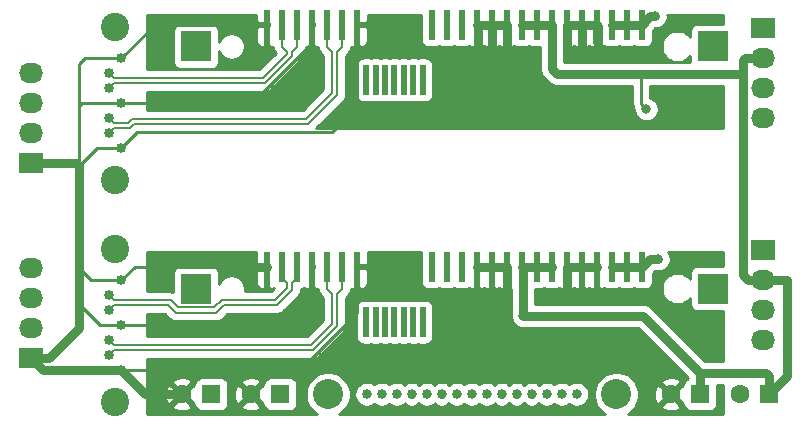
<source format=gbr>
%TF.GenerationSoftware,KiCad,Pcbnew,(5.1.10)-1*%
%TF.CreationDate,2021-07-20T23:53:59+08:00*%
%TF.ProjectId,2.5_SAS_Backend,322e355f-5341-4535-9f42-61636b656e64,rev?*%
%TF.SameCoordinates,Original*%
%TF.FileFunction,Copper,L2,Bot*%
%TF.FilePolarity,Positive*%
%FSLAX46Y46*%
G04 Gerber Fmt 4.6, Leading zero omitted, Abs format (unit mm)*
G04 Created by KiCad (PCBNEW (5.1.10)-1) date 2021-07-20 23:53:59*
%MOMM*%
%LPD*%
G01*
G04 APERTURE LIST*
%TA.AperFunction,SMDPad,CuDef*%
%ADD10R,2.600000X2.600000*%
%TD*%
%TA.AperFunction,SMDPad,CuDef*%
%ADD11R,0.600000X2.530000*%
%TD*%
%TA.AperFunction,SMDPad,CuDef*%
%ADD12R,0.500000X2.530000*%
%TD*%
%TA.AperFunction,WasherPad*%
%ADD13C,2.400000*%
%TD*%
%TA.AperFunction,ComponentPad*%
%ADD14C,0.850000*%
%TD*%
%TA.AperFunction,ComponentPad*%
%ADD15C,0.840000*%
%TD*%
%TA.AperFunction,WasherPad*%
%ADD16C,2.540000*%
%TD*%
%TA.AperFunction,ComponentPad*%
%ADD17C,1.600000*%
%TD*%
%TA.AperFunction,ComponentPad*%
%ADD18R,1.600000X1.600000*%
%TD*%
%TA.AperFunction,ComponentPad*%
%ADD19R,2.030000X1.730000*%
%TD*%
%TA.AperFunction,ComponentPad*%
%ADD20O,2.030000X1.730000*%
%TD*%
%TA.AperFunction,ViaPad*%
%ADD21C,0.800000*%
%TD*%
%TA.AperFunction,Conductor*%
%ADD22C,0.750000*%
%TD*%
%TA.AperFunction,Conductor*%
%ADD23C,0.250000*%
%TD*%
%TA.AperFunction,Conductor*%
%ADD24C,0.200000*%
%TD*%
%TA.AperFunction,Conductor*%
%ADD25C,0.254000*%
%TD*%
%TA.AperFunction,Conductor*%
%ADD26C,0.100000*%
%TD*%
G04 APERTURE END LIST*
D10*
%TO.P,U1,*%
%TO.N,*%
X48750000Y-34810000D03*
X92500000Y-34810000D03*
D11*
%TO.P,U1,1*%
%TO.N,GND*%
X54750000Y-32980000D03*
%TO.P,U1,2*%
%TO.N,/S1_TXD_P*%
X56020000Y-32980000D03*
%TO.P,U1,3*%
%TO.N,/S1_TXD_N*%
X57290000Y-32980000D03*
%TO.P,U1,4*%
%TO.N,GND*%
X58560000Y-32980000D03*
%TO.P,U1,5*%
%TO.N,/S1_RXD_N*%
X59830000Y-32980000D03*
%TO.P,U1,6*%
%TO.N,/S1_RXD_P*%
X61100000Y-32980000D03*
%TO.P,U1,7*%
%TO.N,GND*%
X62370000Y-32980000D03*
D12*
%TO.P,U1,8*%
%TO.N,N/C*%
X63145000Y-37650000D03*
%TO.P,U1,9*%
X63945000Y-37650000D03*
%TO.P,U1,10*%
X64745000Y-37650000D03*
%TO.P,U1,11*%
X65545000Y-37650000D03*
%TO.P,U1,12*%
X66345000Y-37650000D03*
%TO.P,U1,13*%
X67145000Y-37650000D03*
%TO.P,U1,14*%
X67945000Y-37650000D03*
D11*
%TO.P,U1,15*%
X68720000Y-32980000D03*
%TO.P,U1,16*%
X69990000Y-32980000D03*
%TO.P,U1,17*%
X71260000Y-32980000D03*
%TO.P,U1,18*%
%TO.N,GND*%
X72530000Y-32980000D03*
%TO.P,U1,19*%
X73800000Y-32980000D03*
%TO.P,U1,20*%
X75070000Y-32980000D03*
%TO.P,U1,21*%
%TO.N,+5V*%
X76340000Y-32980000D03*
%TO.P,U1,22*%
X77610000Y-32980000D03*
%TO.P,U1,23*%
X78880000Y-32980000D03*
%TO.P,U1,24*%
%TO.N,GND*%
X80150000Y-32980000D03*
%TO.P,U1,25*%
X81420000Y-32980000D03*
%TO.P,U1,26*%
X82690000Y-32980000D03*
%TO.P,U1,27*%
%TO.N,+12V*%
X83960000Y-32980000D03*
%TO.P,U1,28*%
X85230000Y-32980000D03*
%TO.P,U1,29*%
X86500000Y-32980000D03*
%TD*%
D13*
%TO.P,U5,*%
%TO.N,*%
X41910000Y-51950000D03*
X41910000Y-64890000D03*
D14*
%TO.P,U5,1*%
%TO.N,GND*%
X42410000Y-54610000D03*
%TO.P,U5,2*%
%TO.N,/S2_TXD_P*%
X41410000Y-55880000D03*
%TO.P,U5,3*%
%TO.N,/S2_TXD_N*%
X41410000Y-57150000D03*
%TO.P,U5,4*%
%TO.N,GND*%
X42410000Y-58420000D03*
%TO.P,U5,5*%
%TO.N,/S2_RXD_N*%
X41410000Y-59690000D03*
%TO.P,U5,6*%
%TO.N,/S2_RXD_P*%
X41410000Y-60960000D03*
%TO.P,U5,7*%
%TO.N,GND*%
X42410000Y-62230000D03*
%TD*%
D13*
%TO.P,U3,*%
%TO.N,*%
X41910000Y-33154000D03*
X41910000Y-46094000D03*
D14*
%TO.P,U3,1*%
%TO.N,GND*%
X42410000Y-35814000D03*
%TO.P,U3,2*%
%TO.N,/S1_TXD_P*%
X41410000Y-37084000D03*
%TO.P,U3,3*%
%TO.N,/S1_TXD_N*%
X41410000Y-38354000D03*
%TO.P,U3,4*%
%TO.N,GND*%
X42410000Y-39624000D03*
%TO.P,U3,5*%
%TO.N,/S1_RXD_N*%
X41410000Y-40894000D03*
%TO.P,U3,6*%
%TO.N,/S1_RXD_P*%
X41410000Y-42164000D03*
%TO.P,U3,7*%
%TO.N,GND*%
X42410000Y-43434000D03*
%TD*%
D10*
%TO.P,U4,*%
%TO.N,*%
X48750000Y-55310000D03*
X92500000Y-55310000D03*
D11*
%TO.P,U4,1*%
%TO.N,GND*%
X54750000Y-53480000D03*
%TO.P,U4,2*%
%TO.N,/S2_TXD_P*%
X56020000Y-53480000D03*
%TO.P,U4,3*%
%TO.N,/S2_TXD_N*%
X57290000Y-53480000D03*
%TO.P,U4,4*%
%TO.N,GND*%
X58560000Y-53480000D03*
%TO.P,U4,5*%
%TO.N,/S2_RXD_N*%
X59830000Y-53480000D03*
%TO.P,U4,6*%
%TO.N,/S2_RXD_P*%
X61100000Y-53480000D03*
%TO.P,U4,7*%
%TO.N,GND*%
X62370000Y-53480000D03*
D12*
%TO.P,U4,8*%
%TO.N,N/C*%
X63145000Y-58150000D03*
%TO.P,U4,9*%
X63945000Y-58150000D03*
%TO.P,U4,10*%
X64745000Y-58150000D03*
%TO.P,U4,11*%
X65545000Y-58150000D03*
%TO.P,U4,12*%
X66345000Y-58150000D03*
%TO.P,U4,13*%
X67145000Y-58150000D03*
%TO.P,U4,14*%
X67945000Y-58150000D03*
D11*
%TO.P,U4,15*%
X68720000Y-53480000D03*
%TO.P,U4,16*%
X69990000Y-53480000D03*
%TO.P,U4,17*%
X71260000Y-53480000D03*
%TO.P,U4,18*%
%TO.N,GND*%
X72530000Y-53480000D03*
%TO.P,U4,19*%
X73800000Y-53480000D03*
%TO.P,U4,20*%
X75070000Y-53480000D03*
%TO.P,U4,21*%
%TO.N,+5V*%
X76340000Y-53480000D03*
%TO.P,U4,22*%
X77610000Y-53480000D03*
%TO.P,U4,23*%
X78880000Y-53480000D03*
%TO.P,U4,24*%
%TO.N,GND*%
X80150000Y-53480000D03*
%TO.P,U4,25*%
X81420000Y-53480000D03*
%TO.P,U4,26*%
X82690000Y-53480000D03*
%TO.P,U4,27*%
%TO.N,+12V*%
X83960000Y-53480000D03*
%TO.P,U4,28*%
X85230000Y-53480000D03*
%TO.P,U4,29*%
X86500000Y-53480000D03*
%TD*%
D15*
%TO.P,U2,14*%
%TO.N,Net-(F1-Pad2)*%
X64458000Y-64262000D03*
%TO.P,U2,13*%
X65728000Y-64262000D03*
%TO.P,U2,15*%
X63188000Y-64262000D03*
%TO.P,U2,10*%
%TO.N,GND*%
X69538000Y-64262000D03*
%TO.P,U2,12*%
X66998000Y-64262000D03*
%TO.P,U2,11*%
%TO.N,N/C*%
X68268000Y-64262000D03*
%TO.P,U2,9*%
%TO.N,Net-(F2-Pad2)*%
X70808000Y-64262000D03*
%TO.P,U2,8*%
X72078000Y-64262000D03*
%TO.P,U2,7*%
X73348000Y-64262000D03*
%TO.P,U2,6*%
%TO.N,GND*%
X74618000Y-64262000D03*
%TO.P,U2,5*%
X75888000Y-64262000D03*
%TO.P,U2,4*%
X77158000Y-64262000D03*
%TO.P,U2,3*%
%TO.N,N/C*%
X78428000Y-64262000D03*
%TO.P,U2,2*%
X79698000Y-64262000D03*
%TO.P,U2,1*%
X80968000Y-64262000D03*
D16*
%TO.P,U2,*%
%TO.N,*%
X59918600Y-64262000D03*
X84328000Y-64262000D03*
%TD*%
D17*
%TO.P,5V_C2,2*%
%TO.N,GND*%
X88940000Y-64262000D03*
D18*
%TO.P,5V_C2,1*%
%TO.N,+5V*%
X91440000Y-64262000D03*
%TD*%
D17*
%TO.P,12V_C3,2*%
%TO.N,GND*%
X47538000Y-64262000D03*
D18*
%TO.P,12V_C3,1*%
%TO.N,+12V*%
X50038000Y-64262000D03*
%TD*%
D17*
%TO.P,12V_C4,2*%
%TO.N,GND*%
X53380000Y-64262000D03*
D18*
%TO.P,12V_C4,1*%
%TO.N,+12V*%
X55880000Y-64262000D03*
%TD*%
D19*
%TO.P,M1,1*%
%TO.N,GND*%
X96774000Y-52070000D03*
D20*
%TO.P,M1,2*%
%TO.N,+5V*%
X96774000Y-54610000D03*
%TO.P,M1,3*%
%TO.N,N/C*%
X96774000Y-57150000D03*
%TO.P,M1,4*%
X96774000Y-59690000D03*
%TD*%
D19*
%TO.P,M2,1*%
%TO.N,GND*%
X96774000Y-33274000D03*
D20*
%TO.P,M2,2*%
%TO.N,+5V*%
X96774000Y-35814000D03*
%TO.P,M2,3*%
%TO.N,N/C*%
X96774000Y-38354000D03*
%TO.P,M2,4*%
X96774000Y-40894000D03*
%TD*%
D19*
%TO.P,M3,1*%
%TO.N,GND*%
X34798000Y-44704000D03*
D20*
%TO.P,M3,2*%
%TO.N,+12V*%
X34798000Y-42164000D03*
%TO.P,M3,3*%
%TO.N,N/C*%
X34798000Y-39624000D03*
%TO.P,M3,4*%
X34798000Y-37084000D03*
%TD*%
D19*
%TO.P,M4,1*%
%TO.N,GND*%
X34798000Y-61214000D03*
D20*
%TO.P,M4,2*%
%TO.N,+12V*%
X34798000Y-58674000D03*
%TO.P,M4,3*%
%TO.N,N/C*%
X34798000Y-56134000D03*
%TO.P,M4,4*%
X34798000Y-53594000D03*
%TD*%
D17*
%TO.P,5V_C1,2*%
%TO.N,GND*%
X94782000Y-64262000D03*
D18*
%TO.P,5V_C1,1*%
%TO.N,+5V*%
X97282000Y-64262000D03*
%TD*%
D21*
%TO.N,+12V*%
X87884000Y-52832000D03*
X87630000Y-32258000D03*
%TO.N,GND*%
X75184000Y-55880000D03*
X80264000Y-55880000D03*
X77470000Y-35306000D03*
X81788000Y-35306000D03*
X72644000Y-36576000D03*
X51562000Y-52578000D03*
%TO.N,+5V*%
X76454000Y-57658000D03*
X86868000Y-40132000D03*
%TD*%
D22*
%TO.N,+12V*%
X87148000Y-52832000D02*
X86500000Y-53480000D01*
X87884000Y-52832000D02*
X87148000Y-52832000D01*
X86500000Y-53480000D02*
X85738000Y-53480000D01*
X85738000Y-53480000D02*
X85230000Y-53480000D01*
X85230000Y-53480000D02*
X83960000Y-53480000D01*
X83960000Y-32980000D02*
X85230000Y-32980000D01*
X85230000Y-32980000D02*
X86500000Y-32980000D01*
X87222000Y-32258000D02*
X86500000Y-32980000D01*
X87630000Y-32258000D02*
X87222000Y-32258000D01*
D23*
%TO.N,GND*%
X57561254Y-62230000D02*
X42410000Y-62230000D01*
X62370000Y-57421254D02*
X57561254Y-62230000D01*
X62370000Y-53480000D02*
X62370000Y-57421254D01*
X43540000Y-53480000D02*
X42410000Y-54610000D01*
X54750000Y-53480000D02*
X43540000Y-53480000D01*
X58560000Y-55232000D02*
X55372000Y-58420000D01*
X58560000Y-53480000D02*
X58560000Y-55232000D01*
D22*
X44442000Y-64262000D02*
X42410000Y-62230000D01*
X47538000Y-64262000D02*
X44442000Y-64262000D01*
X35814000Y-62230000D02*
X34798000Y-61214000D01*
X42410000Y-62230000D02*
X35814000Y-62230000D01*
X34798000Y-61214000D02*
X36322000Y-61214000D01*
X38608000Y-44704000D02*
X34798000Y-44704000D01*
X38862000Y-44958000D02*
X38608000Y-44704000D01*
D23*
X55372000Y-58420000D02*
X42410000Y-58420000D01*
D22*
X36322000Y-61214000D02*
X38862000Y-58674000D01*
D23*
X40640000Y-58420000D02*
X38862000Y-56642000D01*
X42410000Y-58420000D02*
X40640000Y-58420000D01*
D22*
X38862000Y-58674000D02*
X38862000Y-56642000D01*
D23*
X39878000Y-54610000D02*
X38862000Y-53594000D01*
X42410000Y-54610000D02*
X39878000Y-54610000D01*
D22*
X38862000Y-53594000D02*
X38862000Y-44958000D01*
X38862000Y-56642000D02*
X38862000Y-53594000D01*
D23*
X40386000Y-43434000D02*
X38862000Y-44958000D01*
X42410000Y-43434000D02*
X40386000Y-43434000D01*
X42410000Y-39624000D02*
X39116000Y-39624000D01*
X38862000Y-39878000D02*
X38862000Y-44958000D01*
X39116000Y-39624000D02*
X38862000Y-39878000D01*
X38862000Y-36322000D02*
X38862000Y-39878000D01*
X39370000Y-35814000D02*
X38862000Y-36322000D01*
X42410000Y-35814000D02*
X39370000Y-35814000D01*
D22*
X72530000Y-53480000D02*
X73800000Y-53480000D01*
X73800000Y-53480000D02*
X75070000Y-53480000D01*
X80150000Y-53480000D02*
X81928000Y-53480000D01*
X82690000Y-53480000D02*
X81928000Y-53480000D01*
X75070000Y-55766000D02*
X75184000Y-55880000D01*
X75070000Y-53480000D02*
X75070000Y-55766000D01*
X80150000Y-55766000D02*
X80264000Y-55880000D01*
X80150000Y-53480000D02*
X80150000Y-55766000D01*
D23*
X45244000Y-32980000D02*
X42410000Y-35814000D01*
X54750000Y-32980000D02*
X45244000Y-32980000D01*
X58560000Y-34561254D02*
X53497254Y-39624000D01*
X53497254Y-39624000D02*
X42410000Y-39624000D01*
X58560000Y-32980000D02*
X58560000Y-34561254D01*
X43776010Y-42067990D02*
X42410000Y-43434000D01*
X60294010Y-42067990D02*
X43776010Y-42067990D01*
X62370000Y-39992000D02*
X60294010Y-42067990D01*
X62370000Y-32980000D02*
X62370000Y-39992000D01*
D22*
X72530000Y-32980000D02*
X73800000Y-32980000D01*
X73800000Y-32980000D02*
X75070000Y-32980000D01*
X80150000Y-32980000D02*
X81420000Y-32980000D01*
X81420000Y-32980000D02*
X82690000Y-32980000D01*
X75070000Y-32980000D02*
X75070000Y-34310002D01*
X80150000Y-32980000D02*
X80150000Y-33668000D01*
X82690000Y-32980000D02*
X82690000Y-34404000D01*
X73800000Y-32980000D02*
X73874000Y-32980000D01*
X72644000Y-33094000D02*
X72530000Y-32980000D01*
X72644000Y-35306000D02*
X72644000Y-33094000D01*
X73800000Y-35166000D02*
X73660000Y-35306000D01*
X73800000Y-32980000D02*
X73800000Y-35166000D01*
X73660000Y-35306000D02*
X72644000Y-35306000D01*
X75070000Y-35166000D02*
X74930000Y-35306000D01*
X75070000Y-32980000D02*
X75070000Y-35166000D01*
X74930000Y-35306000D02*
X73660000Y-35306000D01*
X77470000Y-35306000D02*
X74930000Y-35306000D01*
X81788000Y-35306000D02*
X80264000Y-35306000D01*
X80150000Y-35192000D02*
X80264000Y-35306000D01*
X80150000Y-32980000D02*
X80150000Y-35192000D01*
X81420000Y-34938000D02*
X81788000Y-35306000D01*
X81420000Y-32980000D02*
X81420000Y-34938000D01*
X81788000Y-35306000D02*
X82804000Y-35306000D01*
X82804000Y-33094000D02*
X82690000Y-32980000D01*
X82804000Y-35306000D02*
X82804000Y-33094000D01*
X72644000Y-35306000D02*
X72644000Y-36576000D01*
X52464000Y-53480000D02*
X51562000Y-52578000D01*
X54750000Y-53480000D02*
X52464000Y-53480000D01*
%TO.N,+5V*%
X76454000Y-53594000D02*
X76340000Y-53480000D01*
X76454000Y-57658000D02*
X76454000Y-53594000D01*
X76340000Y-53480000D02*
X77610000Y-53480000D01*
X77610000Y-53480000D02*
X78880000Y-53480000D01*
X76454000Y-57658000D02*
X86614000Y-57658000D01*
X91440000Y-62484000D02*
X91440000Y-64262000D01*
X86614000Y-57658000D02*
X91440000Y-62484000D01*
X91440000Y-62484000D02*
X97028000Y-62484000D01*
X97282000Y-62738000D02*
X97282000Y-64262000D01*
X97028000Y-62484000D02*
X97282000Y-62738000D01*
X97282000Y-64262000D02*
X98806000Y-62738000D01*
X98806000Y-62738000D02*
X98806000Y-54610000D01*
X98806000Y-54610000D02*
X96774000Y-54610000D01*
X96774000Y-54610000D02*
X95504000Y-54610000D01*
X95504000Y-54610000D02*
X95088010Y-54194010D01*
X95250000Y-35814000D02*
X96774000Y-35814000D01*
X95088010Y-35975990D02*
X95250000Y-35814000D01*
X77610000Y-32980000D02*
X76340000Y-32980000D01*
X77610000Y-32980000D02*
X78880000Y-32980000D01*
X95088010Y-37176010D02*
X95088010Y-35975990D01*
X95088010Y-54194010D02*
X95088010Y-37176010D01*
X81441990Y-37176010D02*
X79340010Y-37176010D01*
X81061010Y-37176010D02*
X81441990Y-37176010D01*
X78880000Y-36716000D02*
X78880000Y-34658000D01*
X79340010Y-37176010D02*
X78880000Y-36716000D01*
X78880000Y-34658000D02*
X78880000Y-34995000D01*
X78880000Y-32980000D02*
X78880000Y-34658000D01*
D23*
X86452010Y-39716010D02*
X86868000Y-40132000D01*
X86452010Y-37176010D02*
X86452010Y-39716010D01*
D22*
X81441990Y-37176010D02*
X86452010Y-37176010D01*
X86452010Y-37176010D02*
X95088010Y-37176010D01*
D24*
%TO.N,/S1_TXD_P*%
X56020000Y-32980000D02*
X56020000Y-34877501D01*
X56020000Y-34877501D02*
X56430000Y-35287501D01*
X56430000Y-35287501D02*
X56430000Y-35453800D01*
X56430000Y-35453800D02*
X54389800Y-37494000D01*
X54389800Y-37494000D02*
X41820000Y-37494000D01*
X41820000Y-37494000D02*
X41410000Y-37084000D01*
%TO.N,/S1_TXD_N*%
X57290000Y-32980000D02*
X57290000Y-34877501D01*
X57290000Y-34877501D02*
X56880000Y-35287501D01*
X56880000Y-35287501D02*
X56880000Y-35640200D01*
X56880000Y-35640200D02*
X54576200Y-37944000D01*
X54576200Y-37944000D02*
X41820000Y-37944000D01*
X41820000Y-37944000D02*
X41410000Y-38354000D01*
%TO.N,/S1_RXD_N*%
X41410000Y-40894000D02*
X41820000Y-41304000D01*
X41820000Y-41304000D02*
X42959800Y-41304000D01*
X42959800Y-41304000D02*
X43340800Y-40923000D01*
X43340800Y-40923000D02*
X58072800Y-40923000D01*
X60240000Y-35287501D02*
X59830000Y-34877501D01*
X58072800Y-40923000D02*
X60240000Y-38755800D01*
X60240000Y-38755800D02*
X60240000Y-35287501D01*
X59830000Y-34877501D02*
X59830000Y-32980000D01*
%TO.N,/S1_RXD_P*%
X61100000Y-34877501D02*
X61100000Y-32980000D01*
X60690000Y-35287501D02*
X61100000Y-34877501D01*
X60690000Y-38942200D02*
X60690000Y-35287501D01*
X43527200Y-41373000D02*
X58259200Y-41373000D01*
X58259200Y-41373000D02*
X60690000Y-38942200D01*
X41820000Y-41754000D02*
X43146200Y-41754000D01*
X43146200Y-41754000D02*
X43527200Y-41373000D01*
X41410000Y-42164000D02*
X41820000Y-41754000D01*
%TO.N,/S2_TXD_P*%
X46589998Y-56290000D02*
X41820000Y-56290000D01*
X41820000Y-56290000D02*
X41410000Y-55880000D01*
X56430000Y-54855000D02*
X56430000Y-55265800D01*
X47209999Y-56910001D02*
X46589998Y-56290000D01*
X50290001Y-56910001D02*
X47209999Y-56910001D01*
X56430000Y-55265800D02*
X55405800Y-56290000D01*
X50910002Y-56290000D02*
X50290001Y-56910001D01*
X55405800Y-56290000D02*
X50910002Y-56290000D01*
X56020000Y-54445000D02*
X56430000Y-54855000D01*
X56020000Y-53480000D02*
X56020000Y-54445000D01*
%TO.N,/S2_TXD_N*%
X56880000Y-54855000D02*
X56880000Y-55452200D01*
X57290000Y-54445000D02*
X56880000Y-54855000D01*
X57290000Y-53480000D02*
X57290000Y-54445000D01*
X56880000Y-55452200D02*
X55592200Y-56740000D01*
X55592200Y-56740000D02*
X51096385Y-56740000D01*
X51096385Y-56740000D02*
X50476393Y-57359992D01*
X46403615Y-56740000D02*
X41820000Y-56740000D01*
X50476393Y-57359992D02*
X47023607Y-57359992D01*
X47023607Y-57359992D02*
X46403615Y-56740000D01*
X41820000Y-56740000D02*
X41410000Y-57150000D01*
%TO.N,/S2_RXD_N*%
X59830000Y-55377501D02*
X60240000Y-55787501D01*
X59830000Y-53480000D02*
X59830000Y-55377501D01*
X60240000Y-55787501D02*
X60240000Y-58313800D01*
X58453800Y-60100000D02*
X41820000Y-60100000D01*
X60240000Y-58313800D02*
X58453800Y-60100000D01*
X41820000Y-60100000D02*
X41410000Y-59690000D01*
%TO.N,/S2_RXD_P*%
X60690000Y-55787501D02*
X60690000Y-58500200D01*
X61100000Y-55377501D02*
X60690000Y-55787501D01*
X61100000Y-53480000D02*
X61100000Y-55377501D01*
X41820000Y-60550000D02*
X41410000Y-60960000D01*
X58640200Y-60550000D02*
X41820000Y-60550000D01*
X60690000Y-58500200D02*
X58640200Y-60550000D01*
%TD*%
D25*
%TO.N,GND*%
X67781928Y-54745000D02*
X67794188Y-54869482D01*
X67830498Y-54989180D01*
X67889463Y-55099494D01*
X67968815Y-55196185D01*
X68065506Y-55275537D01*
X68175820Y-55334502D01*
X68295518Y-55370812D01*
X68420000Y-55383072D01*
X69020000Y-55383072D01*
X69144482Y-55370812D01*
X69264180Y-55334502D01*
X69355000Y-55285957D01*
X69445820Y-55334502D01*
X69565518Y-55370812D01*
X69690000Y-55383072D01*
X70290000Y-55383072D01*
X70414482Y-55370812D01*
X70534180Y-55334502D01*
X70625000Y-55285957D01*
X70715820Y-55334502D01*
X70835518Y-55370812D01*
X70960000Y-55383072D01*
X71560000Y-55383072D01*
X71684482Y-55370812D01*
X71804180Y-55334502D01*
X71895000Y-55285957D01*
X71985820Y-55334502D01*
X72105518Y-55370812D01*
X72230000Y-55383072D01*
X72244250Y-55380000D01*
X72403000Y-55221250D01*
X72403000Y-53607000D01*
X72657000Y-53607000D01*
X72657000Y-55221250D01*
X72815750Y-55380000D01*
X72830000Y-55383072D01*
X72954482Y-55370812D01*
X73074180Y-55334502D01*
X73165000Y-55285957D01*
X73255820Y-55334502D01*
X73375518Y-55370812D01*
X73500000Y-55383072D01*
X73514250Y-55380000D01*
X73673000Y-55221250D01*
X73673000Y-53607000D01*
X73927000Y-53607000D01*
X73927000Y-55221250D01*
X74085750Y-55380000D01*
X74100000Y-55383072D01*
X74224482Y-55370812D01*
X74344180Y-55334502D01*
X74435000Y-55285957D01*
X74525820Y-55334502D01*
X74645518Y-55370812D01*
X74770000Y-55383072D01*
X74784250Y-55380000D01*
X74943000Y-55221250D01*
X74943000Y-53607000D01*
X73927000Y-53607000D01*
X73673000Y-53607000D01*
X72657000Y-53607000D01*
X72403000Y-53607000D01*
X72383000Y-53607000D01*
X72383000Y-53353000D01*
X72403000Y-53353000D01*
X72403000Y-53333000D01*
X72657000Y-53333000D01*
X72657000Y-53353000D01*
X73673000Y-53353000D01*
X73673000Y-53333000D01*
X73927000Y-53333000D01*
X73927000Y-53353000D01*
X74943000Y-53353000D01*
X74943000Y-53333000D01*
X75197000Y-53333000D01*
X75197000Y-53353000D01*
X75217000Y-53353000D01*
X75217000Y-53607000D01*
X75197000Y-53607000D01*
X75197000Y-55221250D01*
X75355750Y-55380000D01*
X75370000Y-55383072D01*
X75444001Y-55375784D01*
X75444000Y-57430376D01*
X75419000Y-57556061D01*
X75419000Y-57759939D01*
X75458774Y-57959898D01*
X75536795Y-58148256D01*
X75650063Y-58317774D01*
X75794226Y-58461937D01*
X75963744Y-58575205D01*
X76152102Y-58653226D01*
X76352061Y-58693000D01*
X76555939Y-58693000D01*
X76681623Y-58668000D01*
X86195645Y-58668000D01*
X90399136Y-62871492D01*
X90395820Y-62872498D01*
X90285506Y-62931463D01*
X90188815Y-63010815D01*
X90109463Y-63107506D01*
X90050498Y-63217820D01*
X90014188Y-63337518D01*
X90001928Y-63462000D01*
X90001928Y-63469215D01*
X89932702Y-63448903D01*
X89119605Y-64262000D01*
X89932702Y-65075097D01*
X90001928Y-65054785D01*
X90001928Y-65062000D01*
X90014188Y-65186482D01*
X90050498Y-65306180D01*
X90109463Y-65416494D01*
X90188815Y-65513185D01*
X90285506Y-65592537D01*
X90395820Y-65651502D01*
X90515518Y-65687812D01*
X90640000Y-65700072D01*
X92240000Y-65700072D01*
X92364482Y-65687812D01*
X92484180Y-65651502D01*
X92594494Y-65592537D01*
X92691185Y-65513185D01*
X92770537Y-65416494D01*
X92829502Y-65306180D01*
X92865812Y-65186482D01*
X92878072Y-65062000D01*
X92878072Y-63494000D01*
X93345000Y-63494000D01*
X93345000Y-64267250D01*
X93341783Y-64332512D01*
X93345000Y-64354224D01*
X93345000Y-65913000D01*
X85286013Y-65913000D01*
X85542366Y-65741710D01*
X85807710Y-65476366D01*
X85955821Y-65254702D01*
X88126903Y-65254702D01*
X88198486Y-65498671D01*
X88453996Y-65619571D01*
X88728184Y-65688300D01*
X89010512Y-65702217D01*
X89290130Y-65660787D01*
X89556292Y-65565603D01*
X89681514Y-65498671D01*
X89753097Y-65254702D01*
X88940000Y-64441605D01*
X88126903Y-65254702D01*
X85955821Y-65254702D01*
X86016189Y-65164356D01*
X86159791Y-64817668D01*
X86233000Y-64449626D01*
X86233000Y-64332512D01*
X87499783Y-64332512D01*
X87541213Y-64612130D01*
X87636397Y-64878292D01*
X87703329Y-65003514D01*
X87947298Y-65075097D01*
X88760395Y-64262000D01*
X87947298Y-63448903D01*
X87703329Y-63520486D01*
X87582429Y-63775996D01*
X87513700Y-64050184D01*
X87499783Y-64332512D01*
X86233000Y-64332512D01*
X86233000Y-64074374D01*
X86159791Y-63706332D01*
X86016189Y-63359644D01*
X85955822Y-63269298D01*
X88126903Y-63269298D01*
X88940000Y-64082395D01*
X89753097Y-63269298D01*
X89681514Y-63025329D01*
X89426004Y-62904429D01*
X89151816Y-62835700D01*
X88869488Y-62821783D01*
X88589870Y-62863213D01*
X88323708Y-62958397D01*
X88198486Y-63025329D01*
X88126903Y-63269298D01*
X85955822Y-63269298D01*
X85807710Y-63047634D01*
X85542366Y-62782290D01*
X85230356Y-62573811D01*
X84883668Y-62430209D01*
X84515626Y-62357000D01*
X84140374Y-62357000D01*
X83772332Y-62430209D01*
X83425644Y-62573811D01*
X83113634Y-62782290D01*
X82848290Y-63047634D01*
X82639811Y-63359644D01*
X82496209Y-63706332D01*
X82423000Y-64074374D01*
X82423000Y-64449626D01*
X82496209Y-64817668D01*
X82639811Y-65164356D01*
X82848290Y-65476366D01*
X83113634Y-65741710D01*
X83369987Y-65913000D01*
X60876613Y-65913000D01*
X61132966Y-65741710D01*
X61398310Y-65476366D01*
X61606789Y-65164356D01*
X61750391Y-64817668D01*
X61823600Y-64449626D01*
X61823600Y-64158092D01*
X62133000Y-64158092D01*
X62133000Y-64365908D01*
X62173543Y-64569732D01*
X62253071Y-64761730D01*
X62368528Y-64934523D01*
X62515477Y-65081472D01*
X62688270Y-65196929D01*
X62880268Y-65276457D01*
X63084092Y-65317000D01*
X63291908Y-65317000D01*
X63495732Y-65276457D01*
X63687730Y-65196929D01*
X63823000Y-65106544D01*
X63958270Y-65196929D01*
X64150268Y-65276457D01*
X64354092Y-65317000D01*
X64561908Y-65317000D01*
X64765732Y-65276457D01*
X64957730Y-65196929D01*
X65093000Y-65106544D01*
X65228270Y-65196929D01*
X65420268Y-65276457D01*
X65624092Y-65317000D01*
X65831908Y-65317000D01*
X66035732Y-65276457D01*
X66227730Y-65196929D01*
X66400523Y-65081472D01*
X66461459Y-65020536D01*
X66482119Y-65188115D01*
X66672708Y-65270963D01*
X66875796Y-65315038D01*
X67083582Y-65318645D01*
X67288079Y-65281646D01*
X67481428Y-65205462D01*
X67513881Y-65188115D01*
X67534541Y-65020536D01*
X67595477Y-65081472D01*
X67768270Y-65196929D01*
X67960268Y-65276457D01*
X68164092Y-65317000D01*
X68371908Y-65317000D01*
X68575732Y-65276457D01*
X68767730Y-65196929D01*
X68940523Y-65081472D01*
X69001459Y-65020536D01*
X69022119Y-65188115D01*
X69212708Y-65270963D01*
X69415796Y-65315038D01*
X69623582Y-65318645D01*
X69828079Y-65281646D01*
X70021428Y-65205462D01*
X70053881Y-65188115D01*
X70074541Y-65020536D01*
X70135477Y-65081472D01*
X70308270Y-65196929D01*
X70500268Y-65276457D01*
X70704092Y-65317000D01*
X70911908Y-65317000D01*
X71115732Y-65276457D01*
X71307730Y-65196929D01*
X71443000Y-65106544D01*
X71578270Y-65196929D01*
X71770268Y-65276457D01*
X71974092Y-65317000D01*
X72181908Y-65317000D01*
X72385732Y-65276457D01*
X72577730Y-65196929D01*
X72713000Y-65106544D01*
X72848270Y-65196929D01*
X73040268Y-65276457D01*
X73244092Y-65317000D01*
X73451908Y-65317000D01*
X73655732Y-65276457D01*
X73847730Y-65196929D01*
X74020523Y-65081472D01*
X74081459Y-65020536D01*
X74102119Y-65188115D01*
X74292708Y-65270963D01*
X74495796Y-65315038D01*
X74703582Y-65318645D01*
X74908079Y-65281646D01*
X75101428Y-65205462D01*
X75133881Y-65188115D01*
X75153844Y-65026190D01*
X75228631Y-65100977D01*
X75253000Y-65076608D01*
X75277369Y-65100977D01*
X75352156Y-65026190D01*
X75372119Y-65188115D01*
X75562708Y-65270963D01*
X75765796Y-65315038D01*
X75973582Y-65318645D01*
X76178079Y-65281646D01*
X76371428Y-65205462D01*
X76403881Y-65188115D01*
X76423844Y-65026190D01*
X76498631Y-65100977D01*
X76523000Y-65076608D01*
X76547369Y-65100977D01*
X76622156Y-65026190D01*
X76642119Y-65188115D01*
X76832708Y-65270963D01*
X77035796Y-65315038D01*
X77243582Y-65318645D01*
X77448079Y-65281646D01*
X77641428Y-65205462D01*
X77673881Y-65188115D01*
X77694541Y-65020536D01*
X77755477Y-65081472D01*
X77928270Y-65196929D01*
X78120268Y-65276457D01*
X78324092Y-65317000D01*
X78531908Y-65317000D01*
X78735732Y-65276457D01*
X78927730Y-65196929D01*
X79063000Y-65106544D01*
X79198270Y-65196929D01*
X79390268Y-65276457D01*
X79594092Y-65317000D01*
X79801908Y-65317000D01*
X80005732Y-65276457D01*
X80197730Y-65196929D01*
X80333000Y-65106544D01*
X80468270Y-65196929D01*
X80660268Y-65276457D01*
X80864092Y-65317000D01*
X81071908Y-65317000D01*
X81275732Y-65276457D01*
X81467730Y-65196929D01*
X81640523Y-65081472D01*
X81787472Y-64934523D01*
X81902929Y-64761730D01*
X81982457Y-64569732D01*
X82023000Y-64365908D01*
X82023000Y-64158092D01*
X81982457Y-63954268D01*
X81902929Y-63762270D01*
X81787472Y-63589477D01*
X81640523Y-63442528D01*
X81467730Y-63327071D01*
X81275732Y-63247543D01*
X81071908Y-63207000D01*
X80864092Y-63207000D01*
X80660268Y-63247543D01*
X80468270Y-63327071D01*
X80333000Y-63417456D01*
X80197730Y-63327071D01*
X80005732Y-63247543D01*
X79801908Y-63207000D01*
X79594092Y-63207000D01*
X79390268Y-63247543D01*
X79198270Y-63327071D01*
X79063000Y-63417456D01*
X78927730Y-63327071D01*
X78735732Y-63247543D01*
X78531908Y-63207000D01*
X78324092Y-63207000D01*
X78120268Y-63247543D01*
X77928270Y-63327071D01*
X77755477Y-63442528D01*
X77694541Y-63503464D01*
X77673881Y-63335885D01*
X77483292Y-63253037D01*
X77280204Y-63208962D01*
X77072418Y-63205355D01*
X76867921Y-63242354D01*
X76674572Y-63318538D01*
X76642119Y-63335885D01*
X76622156Y-63497810D01*
X76547369Y-63423023D01*
X76523000Y-63447392D01*
X76498631Y-63423023D01*
X76423844Y-63497810D01*
X76403881Y-63335885D01*
X76213292Y-63253037D01*
X76010204Y-63208962D01*
X75802418Y-63205355D01*
X75597921Y-63242354D01*
X75404572Y-63318538D01*
X75372119Y-63335885D01*
X75352156Y-63497810D01*
X75277369Y-63423023D01*
X75253000Y-63447392D01*
X75228631Y-63423023D01*
X75153844Y-63497810D01*
X75133881Y-63335885D01*
X74943292Y-63253037D01*
X74740204Y-63208962D01*
X74532418Y-63205355D01*
X74327921Y-63242354D01*
X74134572Y-63318538D01*
X74102119Y-63335885D01*
X74081459Y-63503464D01*
X74020523Y-63442528D01*
X73847730Y-63327071D01*
X73655732Y-63247543D01*
X73451908Y-63207000D01*
X73244092Y-63207000D01*
X73040268Y-63247543D01*
X72848270Y-63327071D01*
X72713000Y-63417456D01*
X72577730Y-63327071D01*
X72385732Y-63247543D01*
X72181908Y-63207000D01*
X71974092Y-63207000D01*
X71770268Y-63247543D01*
X71578270Y-63327071D01*
X71443000Y-63417456D01*
X71307730Y-63327071D01*
X71115732Y-63247543D01*
X70911908Y-63207000D01*
X70704092Y-63207000D01*
X70500268Y-63247543D01*
X70308270Y-63327071D01*
X70135477Y-63442528D01*
X70074541Y-63503464D01*
X70053881Y-63335885D01*
X69863292Y-63253037D01*
X69660204Y-63208962D01*
X69452418Y-63205355D01*
X69247921Y-63242354D01*
X69054572Y-63318538D01*
X69022119Y-63335885D01*
X69001459Y-63503464D01*
X68940523Y-63442528D01*
X68767730Y-63327071D01*
X68575732Y-63247543D01*
X68371908Y-63207000D01*
X68164092Y-63207000D01*
X67960268Y-63247543D01*
X67768270Y-63327071D01*
X67595477Y-63442528D01*
X67534541Y-63503464D01*
X67513881Y-63335885D01*
X67323292Y-63253037D01*
X67120204Y-63208962D01*
X66912418Y-63205355D01*
X66707921Y-63242354D01*
X66514572Y-63318538D01*
X66482119Y-63335885D01*
X66461459Y-63503464D01*
X66400523Y-63442528D01*
X66227730Y-63327071D01*
X66035732Y-63247543D01*
X65831908Y-63207000D01*
X65624092Y-63207000D01*
X65420268Y-63247543D01*
X65228270Y-63327071D01*
X65093000Y-63417456D01*
X64957730Y-63327071D01*
X64765732Y-63247543D01*
X64561908Y-63207000D01*
X64354092Y-63207000D01*
X64150268Y-63247543D01*
X63958270Y-63327071D01*
X63823000Y-63417456D01*
X63687730Y-63327071D01*
X63495732Y-63247543D01*
X63291908Y-63207000D01*
X63084092Y-63207000D01*
X62880268Y-63247543D01*
X62688270Y-63327071D01*
X62515477Y-63442528D01*
X62368528Y-63589477D01*
X62253071Y-63762270D01*
X62173543Y-63954268D01*
X62133000Y-64158092D01*
X61823600Y-64158092D01*
X61823600Y-64074374D01*
X61750391Y-63706332D01*
X61606789Y-63359644D01*
X61398310Y-63047634D01*
X61132966Y-62782290D01*
X60820956Y-62573811D01*
X60474268Y-62430209D01*
X60106226Y-62357000D01*
X59730974Y-62357000D01*
X59362932Y-62430209D01*
X59016244Y-62573811D01*
X58704234Y-62782290D01*
X58438890Y-63047634D01*
X58230411Y-63359644D01*
X58086809Y-63706332D01*
X58013600Y-64074374D01*
X58013600Y-64449626D01*
X58086809Y-64817668D01*
X58230411Y-65164356D01*
X58438890Y-65476366D01*
X58704234Y-65741710D01*
X58960587Y-65913000D01*
X44577000Y-65913000D01*
X44577000Y-65254702D01*
X46724903Y-65254702D01*
X46796486Y-65498671D01*
X47051996Y-65619571D01*
X47326184Y-65688300D01*
X47608512Y-65702217D01*
X47888130Y-65660787D01*
X48154292Y-65565603D01*
X48279514Y-65498671D01*
X48351097Y-65254702D01*
X47538000Y-64441605D01*
X46724903Y-65254702D01*
X44577000Y-65254702D01*
X44577000Y-64332512D01*
X46097783Y-64332512D01*
X46139213Y-64612130D01*
X46234397Y-64878292D01*
X46301329Y-65003514D01*
X46545298Y-65075097D01*
X47358395Y-64262000D01*
X47717605Y-64262000D01*
X48530702Y-65075097D01*
X48599928Y-65054785D01*
X48599928Y-65062000D01*
X48612188Y-65186482D01*
X48648498Y-65306180D01*
X48707463Y-65416494D01*
X48786815Y-65513185D01*
X48883506Y-65592537D01*
X48993820Y-65651502D01*
X49113518Y-65687812D01*
X49238000Y-65700072D01*
X50838000Y-65700072D01*
X50962482Y-65687812D01*
X51082180Y-65651502D01*
X51192494Y-65592537D01*
X51289185Y-65513185D01*
X51368537Y-65416494D01*
X51427502Y-65306180D01*
X51443117Y-65254702D01*
X52566903Y-65254702D01*
X52638486Y-65498671D01*
X52893996Y-65619571D01*
X53168184Y-65688300D01*
X53450512Y-65702217D01*
X53730130Y-65660787D01*
X53996292Y-65565603D01*
X54121514Y-65498671D01*
X54193097Y-65254702D01*
X53380000Y-64441605D01*
X52566903Y-65254702D01*
X51443117Y-65254702D01*
X51463812Y-65186482D01*
X51476072Y-65062000D01*
X51476072Y-64332512D01*
X51939783Y-64332512D01*
X51981213Y-64612130D01*
X52076397Y-64878292D01*
X52143329Y-65003514D01*
X52387298Y-65075097D01*
X53200395Y-64262000D01*
X53559605Y-64262000D01*
X54372702Y-65075097D01*
X54441928Y-65054785D01*
X54441928Y-65062000D01*
X54454188Y-65186482D01*
X54490498Y-65306180D01*
X54549463Y-65416494D01*
X54628815Y-65513185D01*
X54725506Y-65592537D01*
X54835820Y-65651502D01*
X54955518Y-65687812D01*
X55080000Y-65700072D01*
X56680000Y-65700072D01*
X56804482Y-65687812D01*
X56924180Y-65651502D01*
X57034494Y-65592537D01*
X57131185Y-65513185D01*
X57210537Y-65416494D01*
X57269502Y-65306180D01*
X57305812Y-65186482D01*
X57318072Y-65062000D01*
X57318072Y-63462000D01*
X57305812Y-63337518D01*
X57269502Y-63217820D01*
X57210537Y-63107506D01*
X57131185Y-63010815D01*
X57034494Y-62931463D01*
X56924180Y-62872498D01*
X56804482Y-62836188D01*
X56680000Y-62823928D01*
X55080000Y-62823928D01*
X54955518Y-62836188D01*
X54835820Y-62872498D01*
X54725506Y-62931463D01*
X54628815Y-63010815D01*
X54549463Y-63107506D01*
X54490498Y-63217820D01*
X54454188Y-63337518D01*
X54441928Y-63462000D01*
X54441928Y-63469215D01*
X54372702Y-63448903D01*
X53559605Y-64262000D01*
X53200395Y-64262000D01*
X52387298Y-63448903D01*
X52143329Y-63520486D01*
X52022429Y-63775996D01*
X51953700Y-64050184D01*
X51939783Y-64332512D01*
X51476072Y-64332512D01*
X51476072Y-63462000D01*
X51463812Y-63337518D01*
X51443118Y-63269298D01*
X52566903Y-63269298D01*
X53380000Y-64082395D01*
X54193097Y-63269298D01*
X54121514Y-63025329D01*
X53866004Y-62904429D01*
X53591816Y-62835700D01*
X53309488Y-62821783D01*
X53029870Y-62863213D01*
X52763708Y-62958397D01*
X52638486Y-63025329D01*
X52566903Y-63269298D01*
X51443118Y-63269298D01*
X51427502Y-63217820D01*
X51368537Y-63107506D01*
X51289185Y-63010815D01*
X51192494Y-62931463D01*
X51082180Y-62872498D01*
X50962482Y-62836188D01*
X50838000Y-62823928D01*
X49238000Y-62823928D01*
X49113518Y-62836188D01*
X48993820Y-62872498D01*
X48883506Y-62931463D01*
X48786815Y-63010815D01*
X48707463Y-63107506D01*
X48648498Y-63217820D01*
X48612188Y-63337518D01*
X48599928Y-63462000D01*
X48599928Y-63469215D01*
X48530702Y-63448903D01*
X47717605Y-64262000D01*
X47358395Y-64262000D01*
X46545298Y-63448903D01*
X46301329Y-63520486D01*
X46180429Y-63775996D01*
X46111700Y-64050184D01*
X46097783Y-64332512D01*
X44577000Y-64332512D01*
X44577000Y-63269298D01*
X46724903Y-63269298D01*
X47538000Y-64082395D01*
X48351097Y-63269298D01*
X48279514Y-63025329D01*
X48024004Y-62904429D01*
X47749816Y-62835700D01*
X47467488Y-62821783D01*
X47187870Y-62863213D01*
X46921708Y-62958397D01*
X46796486Y-63025329D01*
X46724903Y-63269298D01*
X44577000Y-63269298D01*
X44577000Y-61285000D01*
X58604095Y-61285000D01*
X58640200Y-61288556D01*
X58676305Y-61285000D01*
X58784285Y-61274365D01*
X58922833Y-61232337D01*
X59050520Y-61164087D01*
X59162438Y-61072238D01*
X59185458Y-61044188D01*
X61184193Y-59045454D01*
X61212238Y-59022438D01*
X61304087Y-58910520D01*
X61372337Y-58782833D01*
X61414365Y-58644285D01*
X61425000Y-58536305D01*
X61428556Y-58500200D01*
X61425000Y-58464095D01*
X61425000Y-56885000D01*
X62256928Y-56885000D01*
X62256928Y-59415000D01*
X62269188Y-59539482D01*
X62305498Y-59659180D01*
X62364463Y-59769494D01*
X62443815Y-59866185D01*
X62540506Y-59945537D01*
X62650820Y-60004502D01*
X62770518Y-60040812D01*
X62895000Y-60053072D01*
X63395000Y-60053072D01*
X63519482Y-60040812D01*
X63545000Y-60033071D01*
X63570518Y-60040812D01*
X63695000Y-60053072D01*
X64195000Y-60053072D01*
X64319482Y-60040812D01*
X64345000Y-60033071D01*
X64370518Y-60040812D01*
X64495000Y-60053072D01*
X64995000Y-60053072D01*
X65119482Y-60040812D01*
X65145000Y-60033071D01*
X65170518Y-60040812D01*
X65295000Y-60053072D01*
X65795000Y-60053072D01*
X65919482Y-60040812D01*
X65945000Y-60033071D01*
X65970518Y-60040812D01*
X66095000Y-60053072D01*
X66595000Y-60053072D01*
X66719482Y-60040812D01*
X66745000Y-60033071D01*
X66770518Y-60040812D01*
X66895000Y-60053072D01*
X67395000Y-60053072D01*
X67519482Y-60040812D01*
X67545000Y-60033071D01*
X67570518Y-60040812D01*
X67695000Y-60053072D01*
X68195000Y-60053072D01*
X68319482Y-60040812D01*
X68439180Y-60004502D01*
X68549494Y-59945537D01*
X68646185Y-59866185D01*
X68725537Y-59769494D01*
X68784502Y-59659180D01*
X68820812Y-59539482D01*
X68833072Y-59415000D01*
X68833072Y-56885000D01*
X68820812Y-56760518D01*
X68784502Y-56640820D01*
X68725537Y-56530506D01*
X68646185Y-56433815D01*
X68549494Y-56354463D01*
X68439180Y-56295498D01*
X68319482Y-56259188D01*
X68195000Y-56246928D01*
X67695000Y-56246928D01*
X67570518Y-56259188D01*
X67545000Y-56266929D01*
X67519482Y-56259188D01*
X67395000Y-56246928D01*
X66895000Y-56246928D01*
X66770518Y-56259188D01*
X66745000Y-56266929D01*
X66719482Y-56259188D01*
X66595000Y-56246928D01*
X66095000Y-56246928D01*
X65970518Y-56259188D01*
X65945000Y-56266929D01*
X65919482Y-56259188D01*
X65795000Y-56246928D01*
X65295000Y-56246928D01*
X65170518Y-56259188D01*
X65145000Y-56266929D01*
X65119482Y-56259188D01*
X64995000Y-56246928D01*
X64495000Y-56246928D01*
X64370518Y-56259188D01*
X64345000Y-56266929D01*
X64319482Y-56259188D01*
X64195000Y-56246928D01*
X63695000Y-56246928D01*
X63570518Y-56259188D01*
X63545000Y-56266929D01*
X63519482Y-56259188D01*
X63395000Y-56246928D01*
X62895000Y-56246928D01*
X62770518Y-56259188D01*
X62650820Y-56295498D01*
X62540506Y-56354463D01*
X62443815Y-56433815D01*
X62364463Y-56530506D01*
X62305498Y-56640820D01*
X62269188Y-56760518D01*
X62256928Y-56885000D01*
X61425000Y-56885000D01*
X61425000Y-56091947D01*
X61594187Y-55922760D01*
X61622238Y-55899739D01*
X61714087Y-55787821D01*
X61761346Y-55699405D01*
X61782337Y-55660135D01*
X61824365Y-55521586D01*
X61838556Y-55377501D01*
X61835000Y-55341396D01*
X61835000Y-55337287D01*
X61945518Y-55370812D01*
X62070000Y-55383072D01*
X62084250Y-55380000D01*
X62243000Y-55221250D01*
X62243000Y-53607000D01*
X62497000Y-53607000D01*
X62497000Y-55221250D01*
X62655750Y-55380000D01*
X62670000Y-55383072D01*
X62794482Y-55370812D01*
X62914180Y-55334502D01*
X63024494Y-55275537D01*
X63121185Y-55196185D01*
X63200537Y-55099494D01*
X63259502Y-54989180D01*
X63295812Y-54869482D01*
X63308072Y-54745000D01*
X63305000Y-53765750D01*
X63146250Y-53607000D01*
X62497000Y-53607000D01*
X62243000Y-53607000D01*
X62223000Y-53607000D01*
X62223000Y-53353000D01*
X62243000Y-53353000D01*
X62243000Y-53333000D01*
X62497000Y-53333000D01*
X62497000Y-53353000D01*
X63146250Y-53353000D01*
X63305000Y-53194250D01*
X63308050Y-52222000D01*
X67781928Y-52222000D01*
X67781928Y-54745000D01*
%TA.AperFunction,Conductor*%
D26*
G36*
X67781928Y-54745000D02*
G01*
X67794188Y-54869482D01*
X67830498Y-54989180D01*
X67889463Y-55099494D01*
X67968815Y-55196185D01*
X68065506Y-55275537D01*
X68175820Y-55334502D01*
X68295518Y-55370812D01*
X68420000Y-55383072D01*
X69020000Y-55383072D01*
X69144482Y-55370812D01*
X69264180Y-55334502D01*
X69355000Y-55285957D01*
X69445820Y-55334502D01*
X69565518Y-55370812D01*
X69690000Y-55383072D01*
X70290000Y-55383072D01*
X70414482Y-55370812D01*
X70534180Y-55334502D01*
X70625000Y-55285957D01*
X70715820Y-55334502D01*
X70835518Y-55370812D01*
X70960000Y-55383072D01*
X71560000Y-55383072D01*
X71684482Y-55370812D01*
X71804180Y-55334502D01*
X71895000Y-55285957D01*
X71985820Y-55334502D01*
X72105518Y-55370812D01*
X72230000Y-55383072D01*
X72244250Y-55380000D01*
X72403000Y-55221250D01*
X72403000Y-53607000D01*
X72657000Y-53607000D01*
X72657000Y-55221250D01*
X72815750Y-55380000D01*
X72830000Y-55383072D01*
X72954482Y-55370812D01*
X73074180Y-55334502D01*
X73165000Y-55285957D01*
X73255820Y-55334502D01*
X73375518Y-55370812D01*
X73500000Y-55383072D01*
X73514250Y-55380000D01*
X73673000Y-55221250D01*
X73673000Y-53607000D01*
X73927000Y-53607000D01*
X73927000Y-55221250D01*
X74085750Y-55380000D01*
X74100000Y-55383072D01*
X74224482Y-55370812D01*
X74344180Y-55334502D01*
X74435000Y-55285957D01*
X74525820Y-55334502D01*
X74645518Y-55370812D01*
X74770000Y-55383072D01*
X74784250Y-55380000D01*
X74943000Y-55221250D01*
X74943000Y-53607000D01*
X73927000Y-53607000D01*
X73673000Y-53607000D01*
X72657000Y-53607000D01*
X72403000Y-53607000D01*
X72383000Y-53607000D01*
X72383000Y-53353000D01*
X72403000Y-53353000D01*
X72403000Y-53333000D01*
X72657000Y-53333000D01*
X72657000Y-53353000D01*
X73673000Y-53353000D01*
X73673000Y-53333000D01*
X73927000Y-53333000D01*
X73927000Y-53353000D01*
X74943000Y-53353000D01*
X74943000Y-53333000D01*
X75197000Y-53333000D01*
X75197000Y-53353000D01*
X75217000Y-53353000D01*
X75217000Y-53607000D01*
X75197000Y-53607000D01*
X75197000Y-55221250D01*
X75355750Y-55380000D01*
X75370000Y-55383072D01*
X75444001Y-55375784D01*
X75444000Y-57430376D01*
X75419000Y-57556061D01*
X75419000Y-57759939D01*
X75458774Y-57959898D01*
X75536795Y-58148256D01*
X75650063Y-58317774D01*
X75794226Y-58461937D01*
X75963744Y-58575205D01*
X76152102Y-58653226D01*
X76352061Y-58693000D01*
X76555939Y-58693000D01*
X76681623Y-58668000D01*
X86195645Y-58668000D01*
X90399136Y-62871492D01*
X90395820Y-62872498D01*
X90285506Y-62931463D01*
X90188815Y-63010815D01*
X90109463Y-63107506D01*
X90050498Y-63217820D01*
X90014188Y-63337518D01*
X90001928Y-63462000D01*
X90001928Y-63469215D01*
X89932702Y-63448903D01*
X89119605Y-64262000D01*
X89932702Y-65075097D01*
X90001928Y-65054785D01*
X90001928Y-65062000D01*
X90014188Y-65186482D01*
X90050498Y-65306180D01*
X90109463Y-65416494D01*
X90188815Y-65513185D01*
X90285506Y-65592537D01*
X90395820Y-65651502D01*
X90515518Y-65687812D01*
X90640000Y-65700072D01*
X92240000Y-65700072D01*
X92364482Y-65687812D01*
X92484180Y-65651502D01*
X92594494Y-65592537D01*
X92691185Y-65513185D01*
X92770537Y-65416494D01*
X92829502Y-65306180D01*
X92865812Y-65186482D01*
X92878072Y-65062000D01*
X92878072Y-63494000D01*
X93345000Y-63494000D01*
X93345000Y-64267250D01*
X93341783Y-64332512D01*
X93345000Y-64354224D01*
X93345000Y-65913000D01*
X85286013Y-65913000D01*
X85542366Y-65741710D01*
X85807710Y-65476366D01*
X85955821Y-65254702D01*
X88126903Y-65254702D01*
X88198486Y-65498671D01*
X88453996Y-65619571D01*
X88728184Y-65688300D01*
X89010512Y-65702217D01*
X89290130Y-65660787D01*
X89556292Y-65565603D01*
X89681514Y-65498671D01*
X89753097Y-65254702D01*
X88940000Y-64441605D01*
X88126903Y-65254702D01*
X85955821Y-65254702D01*
X86016189Y-65164356D01*
X86159791Y-64817668D01*
X86233000Y-64449626D01*
X86233000Y-64332512D01*
X87499783Y-64332512D01*
X87541213Y-64612130D01*
X87636397Y-64878292D01*
X87703329Y-65003514D01*
X87947298Y-65075097D01*
X88760395Y-64262000D01*
X87947298Y-63448903D01*
X87703329Y-63520486D01*
X87582429Y-63775996D01*
X87513700Y-64050184D01*
X87499783Y-64332512D01*
X86233000Y-64332512D01*
X86233000Y-64074374D01*
X86159791Y-63706332D01*
X86016189Y-63359644D01*
X85955822Y-63269298D01*
X88126903Y-63269298D01*
X88940000Y-64082395D01*
X89753097Y-63269298D01*
X89681514Y-63025329D01*
X89426004Y-62904429D01*
X89151816Y-62835700D01*
X88869488Y-62821783D01*
X88589870Y-62863213D01*
X88323708Y-62958397D01*
X88198486Y-63025329D01*
X88126903Y-63269298D01*
X85955822Y-63269298D01*
X85807710Y-63047634D01*
X85542366Y-62782290D01*
X85230356Y-62573811D01*
X84883668Y-62430209D01*
X84515626Y-62357000D01*
X84140374Y-62357000D01*
X83772332Y-62430209D01*
X83425644Y-62573811D01*
X83113634Y-62782290D01*
X82848290Y-63047634D01*
X82639811Y-63359644D01*
X82496209Y-63706332D01*
X82423000Y-64074374D01*
X82423000Y-64449626D01*
X82496209Y-64817668D01*
X82639811Y-65164356D01*
X82848290Y-65476366D01*
X83113634Y-65741710D01*
X83369987Y-65913000D01*
X60876613Y-65913000D01*
X61132966Y-65741710D01*
X61398310Y-65476366D01*
X61606789Y-65164356D01*
X61750391Y-64817668D01*
X61823600Y-64449626D01*
X61823600Y-64158092D01*
X62133000Y-64158092D01*
X62133000Y-64365908D01*
X62173543Y-64569732D01*
X62253071Y-64761730D01*
X62368528Y-64934523D01*
X62515477Y-65081472D01*
X62688270Y-65196929D01*
X62880268Y-65276457D01*
X63084092Y-65317000D01*
X63291908Y-65317000D01*
X63495732Y-65276457D01*
X63687730Y-65196929D01*
X63823000Y-65106544D01*
X63958270Y-65196929D01*
X64150268Y-65276457D01*
X64354092Y-65317000D01*
X64561908Y-65317000D01*
X64765732Y-65276457D01*
X64957730Y-65196929D01*
X65093000Y-65106544D01*
X65228270Y-65196929D01*
X65420268Y-65276457D01*
X65624092Y-65317000D01*
X65831908Y-65317000D01*
X66035732Y-65276457D01*
X66227730Y-65196929D01*
X66400523Y-65081472D01*
X66461459Y-65020536D01*
X66482119Y-65188115D01*
X66672708Y-65270963D01*
X66875796Y-65315038D01*
X67083582Y-65318645D01*
X67288079Y-65281646D01*
X67481428Y-65205462D01*
X67513881Y-65188115D01*
X67534541Y-65020536D01*
X67595477Y-65081472D01*
X67768270Y-65196929D01*
X67960268Y-65276457D01*
X68164092Y-65317000D01*
X68371908Y-65317000D01*
X68575732Y-65276457D01*
X68767730Y-65196929D01*
X68940523Y-65081472D01*
X69001459Y-65020536D01*
X69022119Y-65188115D01*
X69212708Y-65270963D01*
X69415796Y-65315038D01*
X69623582Y-65318645D01*
X69828079Y-65281646D01*
X70021428Y-65205462D01*
X70053881Y-65188115D01*
X70074541Y-65020536D01*
X70135477Y-65081472D01*
X70308270Y-65196929D01*
X70500268Y-65276457D01*
X70704092Y-65317000D01*
X70911908Y-65317000D01*
X71115732Y-65276457D01*
X71307730Y-65196929D01*
X71443000Y-65106544D01*
X71578270Y-65196929D01*
X71770268Y-65276457D01*
X71974092Y-65317000D01*
X72181908Y-65317000D01*
X72385732Y-65276457D01*
X72577730Y-65196929D01*
X72713000Y-65106544D01*
X72848270Y-65196929D01*
X73040268Y-65276457D01*
X73244092Y-65317000D01*
X73451908Y-65317000D01*
X73655732Y-65276457D01*
X73847730Y-65196929D01*
X74020523Y-65081472D01*
X74081459Y-65020536D01*
X74102119Y-65188115D01*
X74292708Y-65270963D01*
X74495796Y-65315038D01*
X74703582Y-65318645D01*
X74908079Y-65281646D01*
X75101428Y-65205462D01*
X75133881Y-65188115D01*
X75153844Y-65026190D01*
X75228631Y-65100977D01*
X75253000Y-65076608D01*
X75277369Y-65100977D01*
X75352156Y-65026190D01*
X75372119Y-65188115D01*
X75562708Y-65270963D01*
X75765796Y-65315038D01*
X75973582Y-65318645D01*
X76178079Y-65281646D01*
X76371428Y-65205462D01*
X76403881Y-65188115D01*
X76423844Y-65026190D01*
X76498631Y-65100977D01*
X76523000Y-65076608D01*
X76547369Y-65100977D01*
X76622156Y-65026190D01*
X76642119Y-65188115D01*
X76832708Y-65270963D01*
X77035796Y-65315038D01*
X77243582Y-65318645D01*
X77448079Y-65281646D01*
X77641428Y-65205462D01*
X77673881Y-65188115D01*
X77694541Y-65020536D01*
X77755477Y-65081472D01*
X77928270Y-65196929D01*
X78120268Y-65276457D01*
X78324092Y-65317000D01*
X78531908Y-65317000D01*
X78735732Y-65276457D01*
X78927730Y-65196929D01*
X79063000Y-65106544D01*
X79198270Y-65196929D01*
X79390268Y-65276457D01*
X79594092Y-65317000D01*
X79801908Y-65317000D01*
X80005732Y-65276457D01*
X80197730Y-65196929D01*
X80333000Y-65106544D01*
X80468270Y-65196929D01*
X80660268Y-65276457D01*
X80864092Y-65317000D01*
X81071908Y-65317000D01*
X81275732Y-65276457D01*
X81467730Y-65196929D01*
X81640523Y-65081472D01*
X81787472Y-64934523D01*
X81902929Y-64761730D01*
X81982457Y-64569732D01*
X82023000Y-64365908D01*
X82023000Y-64158092D01*
X81982457Y-63954268D01*
X81902929Y-63762270D01*
X81787472Y-63589477D01*
X81640523Y-63442528D01*
X81467730Y-63327071D01*
X81275732Y-63247543D01*
X81071908Y-63207000D01*
X80864092Y-63207000D01*
X80660268Y-63247543D01*
X80468270Y-63327071D01*
X80333000Y-63417456D01*
X80197730Y-63327071D01*
X80005732Y-63247543D01*
X79801908Y-63207000D01*
X79594092Y-63207000D01*
X79390268Y-63247543D01*
X79198270Y-63327071D01*
X79063000Y-63417456D01*
X78927730Y-63327071D01*
X78735732Y-63247543D01*
X78531908Y-63207000D01*
X78324092Y-63207000D01*
X78120268Y-63247543D01*
X77928270Y-63327071D01*
X77755477Y-63442528D01*
X77694541Y-63503464D01*
X77673881Y-63335885D01*
X77483292Y-63253037D01*
X77280204Y-63208962D01*
X77072418Y-63205355D01*
X76867921Y-63242354D01*
X76674572Y-63318538D01*
X76642119Y-63335885D01*
X76622156Y-63497810D01*
X76547369Y-63423023D01*
X76523000Y-63447392D01*
X76498631Y-63423023D01*
X76423844Y-63497810D01*
X76403881Y-63335885D01*
X76213292Y-63253037D01*
X76010204Y-63208962D01*
X75802418Y-63205355D01*
X75597921Y-63242354D01*
X75404572Y-63318538D01*
X75372119Y-63335885D01*
X75352156Y-63497810D01*
X75277369Y-63423023D01*
X75253000Y-63447392D01*
X75228631Y-63423023D01*
X75153844Y-63497810D01*
X75133881Y-63335885D01*
X74943292Y-63253037D01*
X74740204Y-63208962D01*
X74532418Y-63205355D01*
X74327921Y-63242354D01*
X74134572Y-63318538D01*
X74102119Y-63335885D01*
X74081459Y-63503464D01*
X74020523Y-63442528D01*
X73847730Y-63327071D01*
X73655732Y-63247543D01*
X73451908Y-63207000D01*
X73244092Y-63207000D01*
X73040268Y-63247543D01*
X72848270Y-63327071D01*
X72713000Y-63417456D01*
X72577730Y-63327071D01*
X72385732Y-63247543D01*
X72181908Y-63207000D01*
X71974092Y-63207000D01*
X71770268Y-63247543D01*
X71578270Y-63327071D01*
X71443000Y-63417456D01*
X71307730Y-63327071D01*
X71115732Y-63247543D01*
X70911908Y-63207000D01*
X70704092Y-63207000D01*
X70500268Y-63247543D01*
X70308270Y-63327071D01*
X70135477Y-63442528D01*
X70074541Y-63503464D01*
X70053881Y-63335885D01*
X69863292Y-63253037D01*
X69660204Y-63208962D01*
X69452418Y-63205355D01*
X69247921Y-63242354D01*
X69054572Y-63318538D01*
X69022119Y-63335885D01*
X69001459Y-63503464D01*
X68940523Y-63442528D01*
X68767730Y-63327071D01*
X68575732Y-63247543D01*
X68371908Y-63207000D01*
X68164092Y-63207000D01*
X67960268Y-63247543D01*
X67768270Y-63327071D01*
X67595477Y-63442528D01*
X67534541Y-63503464D01*
X67513881Y-63335885D01*
X67323292Y-63253037D01*
X67120204Y-63208962D01*
X66912418Y-63205355D01*
X66707921Y-63242354D01*
X66514572Y-63318538D01*
X66482119Y-63335885D01*
X66461459Y-63503464D01*
X66400523Y-63442528D01*
X66227730Y-63327071D01*
X66035732Y-63247543D01*
X65831908Y-63207000D01*
X65624092Y-63207000D01*
X65420268Y-63247543D01*
X65228270Y-63327071D01*
X65093000Y-63417456D01*
X64957730Y-63327071D01*
X64765732Y-63247543D01*
X64561908Y-63207000D01*
X64354092Y-63207000D01*
X64150268Y-63247543D01*
X63958270Y-63327071D01*
X63823000Y-63417456D01*
X63687730Y-63327071D01*
X63495732Y-63247543D01*
X63291908Y-63207000D01*
X63084092Y-63207000D01*
X62880268Y-63247543D01*
X62688270Y-63327071D01*
X62515477Y-63442528D01*
X62368528Y-63589477D01*
X62253071Y-63762270D01*
X62173543Y-63954268D01*
X62133000Y-64158092D01*
X61823600Y-64158092D01*
X61823600Y-64074374D01*
X61750391Y-63706332D01*
X61606789Y-63359644D01*
X61398310Y-63047634D01*
X61132966Y-62782290D01*
X60820956Y-62573811D01*
X60474268Y-62430209D01*
X60106226Y-62357000D01*
X59730974Y-62357000D01*
X59362932Y-62430209D01*
X59016244Y-62573811D01*
X58704234Y-62782290D01*
X58438890Y-63047634D01*
X58230411Y-63359644D01*
X58086809Y-63706332D01*
X58013600Y-64074374D01*
X58013600Y-64449626D01*
X58086809Y-64817668D01*
X58230411Y-65164356D01*
X58438890Y-65476366D01*
X58704234Y-65741710D01*
X58960587Y-65913000D01*
X44577000Y-65913000D01*
X44577000Y-65254702D01*
X46724903Y-65254702D01*
X46796486Y-65498671D01*
X47051996Y-65619571D01*
X47326184Y-65688300D01*
X47608512Y-65702217D01*
X47888130Y-65660787D01*
X48154292Y-65565603D01*
X48279514Y-65498671D01*
X48351097Y-65254702D01*
X47538000Y-64441605D01*
X46724903Y-65254702D01*
X44577000Y-65254702D01*
X44577000Y-64332512D01*
X46097783Y-64332512D01*
X46139213Y-64612130D01*
X46234397Y-64878292D01*
X46301329Y-65003514D01*
X46545298Y-65075097D01*
X47358395Y-64262000D01*
X47717605Y-64262000D01*
X48530702Y-65075097D01*
X48599928Y-65054785D01*
X48599928Y-65062000D01*
X48612188Y-65186482D01*
X48648498Y-65306180D01*
X48707463Y-65416494D01*
X48786815Y-65513185D01*
X48883506Y-65592537D01*
X48993820Y-65651502D01*
X49113518Y-65687812D01*
X49238000Y-65700072D01*
X50838000Y-65700072D01*
X50962482Y-65687812D01*
X51082180Y-65651502D01*
X51192494Y-65592537D01*
X51289185Y-65513185D01*
X51368537Y-65416494D01*
X51427502Y-65306180D01*
X51443117Y-65254702D01*
X52566903Y-65254702D01*
X52638486Y-65498671D01*
X52893996Y-65619571D01*
X53168184Y-65688300D01*
X53450512Y-65702217D01*
X53730130Y-65660787D01*
X53996292Y-65565603D01*
X54121514Y-65498671D01*
X54193097Y-65254702D01*
X53380000Y-64441605D01*
X52566903Y-65254702D01*
X51443117Y-65254702D01*
X51463812Y-65186482D01*
X51476072Y-65062000D01*
X51476072Y-64332512D01*
X51939783Y-64332512D01*
X51981213Y-64612130D01*
X52076397Y-64878292D01*
X52143329Y-65003514D01*
X52387298Y-65075097D01*
X53200395Y-64262000D01*
X53559605Y-64262000D01*
X54372702Y-65075097D01*
X54441928Y-65054785D01*
X54441928Y-65062000D01*
X54454188Y-65186482D01*
X54490498Y-65306180D01*
X54549463Y-65416494D01*
X54628815Y-65513185D01*
X54725506Y-65592537D01*
X54835820Y-65651502D01*
X54955518Y-65687812D01*
X55080000Y-65700072D01*
X56680000Y-65700072D01*
X56804482Y-65687812D01*
X56924180Y-65651502D01*
X57034494Y-65592537D01*
X57131185Y-65513185D01*
X57210537Y-65416494D01*
X57269502Y-65306180D01*
X57305812Y-65186482D01*
X57318072Y-65062000D01*
X57318072Y-63462000D01*
X57305812Y-63337518D01*
X57269502Y-63217820D01*
X57210537Y-63107506D01*
X57131185Y-63010815D01*
X57034494Y-62931463D01*
X56924180Y-62872498D01*
X56804482Y-62836188D01*
X56680000Y-62823928D01*
X55080000Y-62823928D01*
X54955518Y-62836188D01*
X54835820Y-62872498D01*
X54725506Y-62931463D01*
X54628815Y-63010815D01*
X54549463Y-63107506D01*
X54490498Y-63217820D01*
X54454188Y-63337518D01*
X54441928Y-63462000D01*
X54441928Y-63469215D01*
X54372702Y-63448903D01*
X53559605Y-64262000D01*
X53200395Y-64262000D01*
X52387298Y-63448903D01*
X52143329Y-63520486D01*
X52022429Y-63775996D01*
X51953700Y-64050184D01*
X51939783Y-64332512D01*
X51476072Y-64332512D01*
X51476072Y-63462000D01*
X51463812Y-63337518D01*
X51443118Y-63269298D01*
X52566903Y-63269298D01*
X53380000Y-64082395D01*
X54193097Y-63269298D01*
X54121514Y-63025329D01*
X53866004Y-62904429D01*
X53591816Y-62835700D01*
X53309488Y-62821783D01*
X53029870Y-62863213D01*
X52763708Y-62958397D01*
X52638486Y-63025329D01*
X52566903Y-63269298D01*
X51443118Y-63269298D01*
X51427502Y-63217820D01*
X51368537Y-63107506D01*
X51289185Y-63010815D01*
X51192494Y-62931463D01*
X51082180Y-62872498D01*
X50962482Y-62836188D01*
X50838000Y-62823928D01*
X49238000Y-62823928D01*
X49113518Y-62836188D01*
X48993820Y-62872498D01*
X48883506Y-62931463D01*
X48786815Y-63010815D01*
X48707463Y-63107506D01*
X48648498Y-63217820D01*
X48612188Y-63337518D01*
X48599928Y-63462000D01*
X48599928Y-63469215D01*
X48530702Y-63448903D01*
X47717605Y-64262000D01*
X47358395Y-64262000D01*
X46545298Y-63448903D01*
X46301329Y-63520486D01*
X46180429Y-63775996D01*
X46111700Y-64050184D01*
X46097783Y-64332512D01*
X44577000Y-64332512D01*
X44577000Y-63269298D01*
X46724903Y-63269298D01*
X47538000Y-64082395D01*
X48351097Y-63269298D01*
X48279514Y-63025329D01*
X48024004Y-62904429D01*
X47749816Y-62835700D01*
X47467488Y-62821783D01*
X47187870Y-62863213D01*
X46921708Y-62958397D01*
X46796486Y-63025329D01*
X46724903Y-63269298D01*
X44577000Y-63269298D01*
X44577000Y-61285000D01*
X58604095Y-61285000D01*
X58640200Y-61288556D01*
X58676305Y-61285000D01*
X58784285Y-61274365D01*
X58922833Y-61232337D01*
X59050520Y-61164087D01*
X59162438Y-61072238D01*
X59185458Y-61044188D01*
X61184193Y-59045454D01*
X61212238Y-59022438D01*
X61304087Y-58910520D01*
X61372337Y-58782833D01*
X61414365Y-58644285D01*
X61425000Y-58536305D01*
X61428556Y-58500200D01*
X61425000Y-58464095D01*
X61425000Y-56885000D01*
X62256928Y-56885000D01*
X62256928Y-59415000D01*
X62269188Y-59539482D01*
X62305498Y-59659180D01*
X62364463Y-59769494D01*
X62443815Y-59866185D01*
X62540506Y-59945537D01*
X62650820Y-60004502D01*
X62770518Y-60040812D01*
X62895000Y-60053072D01*
X63395000Y-60053072D01*
X63519482Y-60040812D01*
X63545000Y-60033071D01*
X63570518Y-60040812D01*
X63695000Y-60053072D01*
X64195000Y-60053072D01*
X64319482Y-60040812D01*
X64345000Y-60033071D01*
X64370518Y-60040812D01*
X64495000Y-60053072D01*
X64995000Y-60053072D01*
X65119482Y-60040812D01*
X65145000Y-60033071D01*
X65170518Y-60040812D01*
X65295000Y-60053072D01*
X65795000Y-60053072D01*
X65919482Y-60040812D01*
X65945000Y-60033071D01*
X65970518Y-60040812D01*
X66095000Y-60053072D01*
X66595000Y-60053072D01*
X66719482Y-60040812D01*
X66745000Y-60033071D01*
X66770518Y-60040812D01*
X66895000Y-60053072D01*
X67395000Y-60053072D01*
X67519482Y-60040812D01*
X67545000Y-60033071D01*
X67570518Y-60040812D01*
X67695000Y-60053072D01*
X68195000Y-60053072D01*
X68319482Y-60040812D01*
X68439180Y-60004502D01*
X68549494Y-59945537D01*
X68646185Y-59866185D01*
X68725537Y-59769494D01*
X68784502Y-59659180D01*
X68820812Y-59539482D01*
X68833072Y-59415000D01*
X68833072Y-56885000D01*
X68820812Y-56760518D01*
X68784502Y-56640820D01*
X68725537Y-56530506D01*
X68646185Y-56433815D01*
X68549494Y-56354463D01*
X68439180Y-56295498D01*
X68319482Y-56259188D01*
X68195000Y-56246928D01*
X67695000Y-56246928D01*
X67570518Y-56259188D01*
X67545000Y-56266929D01*
X67519482Y-56259188D01*
X67395000Y-56246928D01*
X66895000Y-56246928D01*
X66770518Y-56259188D01*
X66745000Y-56266929D01*
X66719482Y-56259188D01*
X66595000Y-56246928D01*
X66095000Y-56246928D01*
X65970518Y-56259188D01*
X65945000Y-56266929D01*
X65919482Y-56259188D01*
X65795000Y-56246928D01*
X65295000Y-56246928D01*
X65170518Y-56259188D01*
X65145000Y-56266929D01*
X65119482Y-56259188D01*
X64995000Y-56246928D01*
X64495000Y-56246928D01*
X64370518Y-56259188D01*
X64345000Y-56266929D01*
X64319482Y-56259188D01*
X64195000Y-56246928D01*
X63695000Y-56246928D01*
X63570518Y-56259188D01*
X63545000Y-56266929D01*
X63519482Y-56259188D01*
X63395000Y-56246928D01*
X62895000Y-56246928D01*
X62770518Y-56259188D01*
X62650820Y-56295498D01*
X62540506Y-56354463D01*
X62443815Y-56433815D01*
X62364463Y-56530506D01*
X62305498Y-56640820D01*
X62269188Y-56760518D01*
X62256928Y-56885000D01*
X61425000Y-56885000D01*
X61425000Y-56091947D01*
X61594187Y-55922760D01*
X61622238Y-55899739D01*
X61714087Y-55787821D01*
X61761346Y-55699405D01*
X61782337Y-55660135D01*
X61824365Y-55521586D01*
X61838556Y-55377501D01*
X61835000Y-55341396D01*
X61835000Y-55337287D01*
X61945518Y-55370812D01*
X62070000Y-55383072D01*
X62084250Y-55380000D01*
X62243000Y-55221250D01*
X62243000Y-53607000D01*
X62497000Y-53607000D01*
X62497000Y-55221250D01*
X62655750Y-55380000D01*
X62670000Y-55383072D01*
X62794482Y-55370812D01*
X62914180Y-55334502D01*
X63024494Y-55275537D01*
X63121185Y-55196185D01*
X63200537Y-55099494D01*
X63259502Y-54989180D01*
X63295812Y-54869482D01*
X63308072Y-54745000D01*
X63305000Y-53765750D01*
X63146250Y-53607000D01*
X62497000Y-53607000D01*
X62243000Y-53607000D01*
X62223000Y-53607000D01*
X62223000Y-53353000D01*
X62243000Y-53353000D01*
X62243000Y-53333000D01*
X62497000Y-53333000D01*
X62497000Y-53353000D01*
X63146250Y-53353000D01*
X63305000Y-53194250D01*
X63308050Y-52222000D01*
X67781928Y-52222000D01*
X67781928Y-54745000D01*
G37*
%TD.AperFunction*%
D25*
X74811748Y-64247858D02*
X74797605Y-64262000D01*
X74811748Y-64276143D01*
X74632143Y-64455748D01*
X74618000Y-64441605D01*
X74603858Y-64455748D01*
X74424253Y-64276143D01*
X74438395Y-64262000D01*
X74424253Y-64247858D01*
X74603858Y-64068253D01*
X74618000Y-64082395D01*
X74632143Y-64068253D01*
X74811748Y-64247858D01*
%TA.AperFunction,Conductor*%
D26*
G36*
X74811748Y-64247858D02*
G01*
X74797605Y-64262000D01*
X74811748Y-64276143D01*
X74632143Y-64455748D01*
X74618000Y-64441605D01*
X74603858Y-64455748D01*
X74424253Y-64276143D01*
X74438395Y-64262000D01*
X74424253Y-64247858D01*
X74603858Y-64068253D01*
X74618000Y-64082395D01*
X74632143Y-64068253D01*
X74811748Y-64247858D01*
G37*
%TD.AperFunction*%
D25*
X69731748Y-64247858D02*
X69717605Y-64262000D01*
X69731748Y-64276143D01*
X69552143Y-64455748D01*
X69538000Y-64441605D01*
X69523858Y-64455748D01*
X69344253Y-64276143D01*
X69358395Y-64262000D01*
X69344253Y-64247858D01*
X69523858Y-64068253D01*
X69538000Y-64082395D01*
X69552143Y-64068253D01*
X69731748Y-64247858D01*
%TA.AperFunction,Conductor*%
D26*
G36*
X69731748Y-64247858D02*
G01*
X69717605Y-64262000D01*
X69731748Y-64276143D01*
X69552143Y-64455748D01*
X69538000Y-64441605D01*
X69523858Y-64455748D01*
X69344253Y-64276143D01*
X69358395Y-64262000D01*
X69344253Y-64247858D01*
X69523858Y-64068253D01*
X69538000Y-64082395D01*
X69552143Y-64068253D01*
X69731748Y-64247858D01*
G37*
%TD.AperFunction*%
D25*
X67191748Y-64247858D02*
X67177605Y-64262000D01*
X67191748Y-64276143D01*
X67012143Y-64455748D01*
X66998000Y-64441605D01*
X66983858Y-64455748D01*
X66804253Y-64276143D01*
X66818395Y-64262000D01*
X66804253Y-64247858D01*
X66983858Y-64068253D01*
X66998000Y-64082395D01*
X67012143Y-64068253D01*
X67191748Y-64247858D01*
%TA.AperFunction,Conductor*%
D26*
G36*
X67191748Y-64247858D02*
G01*
X67177605Y-64262000D01*
X67191748Y-64276143D01*
X67012143Y-64455748D01*
X66998000Y-64441605D01*
X66983858Y-64455748D01*
X66804253Y-64276143D01*
X66818395Y-64262000D01*
X66804253Y-64247858D01*
X66983858Y-64068253D01*
X66998000Y-64082395D01*
X67012143Y-64068253D01*
X67191748Y-64247858D01*
G37*
%TD.AperFunction*%
D25*
X76081748Y-64247858D02*
X76067605Y-64262000D01*
X76081748Y-64276143D01*
X75902143Y-64455748D01*
X75888000Y-64441605D01*
X75873858Y-64455748D01*
X75694253Y-64276143D01*
X75708395Y-64262000D01*
X75694253Y-64247858D01*
X75873858Y-64068253D01*
X75888000Y-64082395D01*
X75902143Y-64068253D01*
X76081748Y-64247858D01*
%TA.AperFunction,Conductor*%
D26*
G36*
X76081748Y-64247858D02*
G01*
X76067605Y-64262000D01*
X76081748Y-64276143D01*
X75902143Y-64455748D01*
X75888000Y-64441605D01*
X75873858Y-64455748D01*
X75694253Y-64276143D01*
X75708395Y-64262000D01*
X75694253Y-64247858D01*
X75873858Y-64068253D01*
X75888000Y-64082395D01*
X75902143Y-64068253D01*
X76081748Y-64247858D01*
G37*
%TD.AperFunction*%
D25*
X77351748Y-64247858D02*
X77337605Y-64262000D01*
X77351748Y-64276143D01*
X77172143Y-64455748D01*
X77158000Y-64441605D01*
X77143858Y-64455748D01*
X76964253Y-64276143D01*
X76978395Y-64262000D01*
X76964253Y-64247858D01*
X77143858Y-64068253D01*
X77158000Y-64082395D01*
X77172143Y-64068253D01*
X77351748Y-64247858D01*
%TA.AperFunction,Conductor*%
D26*
G36*
X77351748Y-64247858D02*
G01*
X77337605Y-64262000D01*
X77351748Y-64276143D01*
X77172143Y-64455748D01*
X77158000Y-64441605D01*
X77143858Y-64455748D01*
X76964253Y-64276143D01*
X76978395Y-64262000D01*
X76964253Y-64247858D01*
X77143858Y-64068253D01*
X77158000Y-64082395D01*
X77172143Y-64068253D01*
X77351748Y-64247858D01*
G37*
%TD.AperFunction*%
D25*
X93345000Y-53371928D02*
X91200000Y-53371928D01*
X91075518Y-53384188D01*
X90955820Y-53420498D01*
X90845506Y-53479463D01*
X90748815Y-53558815D01*
X90669463Y-53655506D01*
X90610498Y-53765820D01*
X90574188Y-53885518D01*
X90561928Y-54010000D01*
X90561928Y-54496351D01*
X90536962Y-54458987D01*
X90351013Y-54273038D01*
X90132359Y-54126939D01*
X89889405Y-54026304D01*
X89631486Y-53975000D01*
X89368514Y-53975000D01*
X89110595Y-54026304D01*
X88867641Y-54126939D01*
X88648987Y-54273038D01*
X88463038Y-54458987D01*
X88316939Y-54677641D01*
X88216304Y-54920595D01*
X88165000Y-55178514D01*
X88165000Y-55441486D01*
X88216304Y-55699405D01*
X88316939Y-55942359D01*
X88463038Y-56161013D01*
X88648987Y-56346962D01*
X88867641Y-56493061D01*
X89110595Y-56593696D01*
X89368514Y-56645000D01*
X89631486Y-56645000D01*
X89889405Y-56593696D01*
X90132359Y-56493061D01*
X90351013Y-56346962D01*
X90536962Y-56161013D01*
X90561928Y-56123649D01*
X90561928Y-56610000D01*
X90574188Y-56734482D01*
X90610498Y-56854180D01*
X90669463Y-56964494D01*
X90748815Y-57061185D01*
X90845506Y-57140537D01*
X90955820Y-57199502D01*
X91075518Y-57235812D01*
X91200000Y-57248072D01*
X93345000Y-57248072D01*
X93345000Y-61474000D01*
X91858356Y-61474000D01*
X87363261Y-56978906D01*
X87331633Y-56940367D01*
X87177840Y-56814153D01*
X87002380Y-56720368D01*
X86811994Y-56662615D01*
X86663608Y-56648000D01*
X86614000Y-56643114D01*
X86564392Y-56648000D01*
X77464000Y-56648000D01*
X77464000Y-55383072D01*
X77910000Y-55383072D01*
X78034482Y-55370812D01*
X78154180Y-55334502D01*
X78245000Y-55285957D01*
X78335820Y-55334502D01*
X78455518Y-55370812D01*
X78580000Y-55383072D01*
X79180000Y-55383072D01*
X79304482Y-55370812D01*
X79424180Y-55334502D01*
X79515000Y-55285957D01*
X79605820Y-55334502D01*
X79725518Y-55370812D01*
X79850000Y-55383072D01*
X79864250Y-55380000D01*
X80023000Y-55221250D01*
X80023000Y-53607000D01*
X80277000Y-53607000D01*
X80277000Y-55221250D01*
X80435750Y-55380000D01*
X80450000Y-55383072D01*
X80574482Y-55370812D01*
X80694180Y-55334502D01*
X80785000Y-55285957D01*
X80875820Y-55334502D01*
X80995518Y-55370812D01*
X81120000Y-55383072D01*
X81134250Y-55380000D01*
X81293000Y-55221250D01*
X81293000Y-53607000D01*
X81547000Y-53607000D01*
X81547000Y-55221250D01*
X81705750Y-55380000D01*
X81720000Y-55383072D01*
X81844482Y-55370812D01*
X81964180Y-55334502D01*
X82055000Y-55285957D01*
X82145820Y-55334502D01*
X82265518Y-55370812D01*
X82390000Y-55383072D01*
X82404250Y-55380000D01*
X82563000Y-55221250D01*
X82563000Y-53607000D01*
X81547000Y-53607000D01*
X81293000Y-53607000D01*
X80277000Y-53607000D01*
X80023000Y-53607000D01*
X80003000Y-53607000D01*
X80003000Y-53353000D01*
X80023000Y-53353000D01*
X80023000Y-53333000D01*
X80277000Y-53333000D01*
X80277000Y-53353000D01*
X81293000Y-53353000D01*
X81293000Y-53333000D01*
X81547000Y-53333000D01*
X81547000Y-53353000D01*
X82563000Y-53353000D01*
X82563000Y-53333000D01*
X82817000Y-53333000D01*
X82817000Y-53353000D01*
X82837000Y-53353000D01*
X82837000Y-53607000D01*
X82817000Y-53607000D01*
X82817000Y-55221250D01*
X82975750Y-55380000D01*
X82990000Y-55383072D01*
X83114482Y-55370812D01*
X83234180Y-55334502D01*
X83325000Y-55285957D01*
X83415820Y-55334502D01*
X83535518Y-55370812D01*
X83660000Y-55383072D01*
X84260000Y-55383072D01*
X84384482Y-55370812D01*
X84504180Y-55334502D01*
X84595000Y-55285957D01*
X84685820Y-55334502D01*
X84805518Y-55370812D01*
X84930000Y-55383072D01*
X85530000Y-55383072D01*
X85654482Y-55370812D01*
X85774180Y-55334502D01*
X85865000Y-55285957D01*
X85955820Y-55334502D01*
X86075518Y-55370812D01*
X86200000Y-55383072D01*
X86800000Y-55383072D01*
X86924482Y-55370812D01*
X87044180Y-55334502D01*
X87154494Y-55275537D01*
X87251185Y-55196185D01*
X87330537Y-55099494D01*
X87389502Y-54989180D01*
X87425812Y-54869482D01*
X87438072Y-54745000D01*
X87438072Y-53970283D01*
X87566354Y-53842000D01*
X87656377Y-53842000D01*
X87782061Y-53867000D01*
X87985939Y-53867000D01*
X88185898Y-53827226D01*
X88374256Y-53749205D01*
X88543774Y-53635937D01*
X88687937Y-53491774D01*
X88801205Y-53322256D01*
X88879226Y-53133898D01*
X88919000Y-52933939D01*
X88919000Y-52730061D01*
X88879226Y-52530102D01*
X88801205Y-52341744D01*
X88721195Y-52222000D01*
X93345000Y-52222000D01*
X93345000Y-53371928D01*
%TA.AperFunction,Conductor*%
D26*
G36*
X93345000Y-53371928D02*
G01*
X91200000Y-53371928D01*
X91075518Y-53384188D01*
X90955820Y-53420498D01*
X90845506Y-53479463D01*
X90748815Y-53558815D01*
X90669463Y-53655506D01*
X90610498Y-53765820D01*
X90574188Y-53885518D01*
X90561928Y-54010000D01*
X90561928Y-54496351D01*
X90536962Y-54458987D01*
X90351013Y-54273038D01*
X90132359Y-54126939D01*
X89889405Y-54026304D01*
X89631486Y-53975000D01*
X89368514Y-53975000D01*
X89110595Y-54026304D01*
X88867641Y-54126939D01*
X88648987Y-54273038D01*
X88463038Y-54458987D01*
X88316939Y-54677641D01*
X88216304Y-54920595D01*
X88165000Y-55178514D01*
X88165000Y-55441486D01*
X88216304Y-55699405D01*
X88316939Y-55942359D01*
X88463038Y-56161013D01*
X88648987Y-56346962D01*
X88867641Y-56493061D01*
X89110595Y-56593696D01*
X89368514Y-56645000D01*
X89631486Y-56645000D01*
X89889405Y-56593696D01*
X90132359Y-56493061D01*
X90351013Y-56346962D01*
X90536962Y-56161013D01*
X90561928Y-56123649D01*
X90561928Y-56610000D01*
X90574188Y-56734482D01*
X90610498Y-56854180D01*
X90669463Y-56964494D01*
X90748815Y-57061185D01*
X90845506Y-57140537D01*
X90955820Y-57199502D01*
X91075518Y-57235812D01*
X91200000Y-57248072D01*
X93345000Y-57248072D01*
X93345000Y-61474000D01*
X91858356Y-61474000D01*
X87363261Y-56978906D01*
X87331633Y-56940367D01*
X87177840Y-56814153D01*
X87002380Y-56720368D01*
X86811994Y-56662615D01*
X86663608Y-56648000D01*
X86614000Y-56643114D01*
X86564392Y-56648000D01*
X77464000Y-56648000D01*
X77464000Y-55383072D01*
X77910000Y-55383072D01*
X78034482Y-55370812D01*
X78154180Y-55334502D01*
X78245000Y-55285957D01*
X78335820Y-55334502D01*
X78455518Y-55370812D01*
X78580000Y-55383072D01*
X79180000Y-55383072D01*
X79304482Y-55370812D01*
X79424180Y-55334502D01*
X79515000Y-55285957D01*
X79605820Y-55334502D01*
X79725518Y-55370812D01*
X79850000Y-55383072D01*
X79864250Y-55380000D01*
X80023000Y-55221250D01*
X80023000Y-53607000D01*
X80277000Y-53607000D01*
X80277000Y-55221250D01*
X80435750Y-55380000D01*
X80450000Y-55383072D01*
X80574482Y-55370812D01*
X80694180Y-55334502D01*
X80785000Y-55285957D01*
X80875820Y-55334502D01*
X80995518Y-55370812D01*
X81120000Y-55383072D01*
X81134250Y-55380000D01*
X81293000Y-55221250D01*
X81293000Y-53607000D01*
X81547000Y-53607000D01*
X81547000Y-55221250D01*
X81705750Y-55380000D01*
X81720000Y-55383072D01*
X81844482Y-55370812D01*
X81964180Y-55334502D01*
X82055000Y-55285957D01*
X82145820Y-55334502D01*
X82265518Y-55370812D01*
X82390000Y-55383072D01*
X82404250Y-55380000D01*
X82563000Y-55221250D01*
X82563000Y-53607000D01*
X81547000Y-53607000D01*
X81293000Y-53607000D01*
X80277000Y-53607000D01*
X80023000Y-53607000D01*
X80003000Y-53607000D01*
X80003000Y-53353000D01*
X80023000Y-53353000D01*
X80023000Y-53333000D01*
X80277000Y-53333000D01*
X80277000Y-53353000D01*
X81293000Y-53353000D01*
X81293000Y-53333000D01*
X81547000Y-53333000D01*
X81547000Y-53353000D01*
X82563000Y-53353000D01*
X82563000Y-53333000D01*
X82817000Y-53333000D01*
X82817000Y-53353000D01*
X82837000Y-53353000D01*
X82837000Y-53607000D01*
X82817000Y-53607000D01*
X82817000Y-55221250D01*
X82975750Y-55380000D01*
X82990000Y-55383072D01*
X83114482Y-55370812D01*
X83234180Y-55334502D01*
X83325000Y-55285957D01*
X83415820Y-55334502D01*
X83535518Y-55370812D01*
X83660000Y-55383072D01*
X84260000Y-55383072D01*
X84384482Y-55370812D01*
X84504180Y-55334502D01*
X84595000Y-55285957D01*
X84685820Y-55334502D01*
X84805518Y-55370812D01*
X84930000Y-55383072D01*
X85530000Y-55383072D01*
X85654482Y-55370812D01*
X85774180Y-55334502D01*
X85865000Y-55285957D01*
X85955820Y-55334502D01*
X86075518Y-55370812D01*
X86200000Y-55383072D01*
X86800000Y-55383072D01*
X86924482Y-55370812D01*
X87044180Y-55334502D01*
X87154494Y-55275537D01*
X87251185Y-55196185D01*
X87330537Y-55099494D01*
X87389502Y-54989180D01*
X87425812Y-54869482D01*
X87438072Y-54745000D01*
X87438072Y-53970283D01*
X87566354Y-53842000D01*
X87656377Y-53842000D01*
X87782061Y-53867000D01*
X87985939Y-53867000D01*
X88185898Y-53827226D01*
X88374256Y-53749205D01*
X88543774Y-53635937D01*
X88687937Y-53491774D01*
X88801205Y-53322256D01*
X88879226Y-53133898D01*
X88919000Y-52933939D01*
X88919000Y-52730061D01*
X88879226Y-52530102D01*
X88801205Y-52341744D01*
X88721195Y-52222000D01*
X93345000Y-52222000D01*
X93345000Y-53371928D01*
G37*
%TD.AperFunction*%
D25*
X58687000Y-53353000D02*
X58707000Y-53353000D01*
X58707000Y-53607000D01*
X58687000Y-53607000D01*
X58687000Y-55221250D01*
X58845750Y-55380000D01*
X58860000Y-55383072D01*
X58984482Y-55370812D01*
X59095001Y-55337286D01*
X59095001Y-55341386D01*
X59091444Y-55377501D01*
X59105635Y-55521586D01*
X59131747Y-55607663D01*
X59147664Y-55660134D01*
X59215914Y-55787821D01*
X59307763Y-55899739D01*
X59335808Y-55922755D01*
X59505000Y-56091947D01*
X59505001Y-58009352D01*
X58149354Y-59365000D01*
X44577000Y-59365000D01*
X44577000Y-57475000D01*
X46099169Y-57475000D01*
X46478353Y-57854185D01*
X46501369Y-57882230D01*
X46613287Y-57974079D01*
X46740974Y-58042329D01*
X46837493Y-58071608D01*
X46879521Y-58084357D01*
X46893739Y-58085757D01*
X46987502Y-58094992D01*
X46987509Y-58094992D01*
X47023606Y-58098547D01*
X47059703Y-58094992D01*
X50440288Y-58094992D01*
X50476393Y-58098548D01*
X50512498Y-58094992D01*
X50620478Y-58084357D01*
X50759026Y-58042329D01*
X50886713Y-57974079D01*
X50998631Y-57882230D01*
X51021651Y-57854180D01*
X51400832Y-57475000D01*
X55556095Y-57475000D01*
X55592200Y-57478556D01*
X55628305Y-57475000D01*
X55736285Y-57464365D01*
X55874833Y-57422337D01*
X56002520Y-57354087D01*
X56114438Y-57262238D01*
X56137458Y-57234188D01*
X57374193Y-55997454D01*
X57402238Y-55974438D01*
X57494087Y-55862520D01*
X57562337Y-55734833D01*
X57604365Y-55596285D01*
X57615000Y-55488305D01*
X57615000Y-55488296D01*
X57618555Y-55452201D01*
X57615000Y-55416106D01*
X57615000Y-55380610D01*
X57714482Y-55370812D01*
X57834180Y-55334502D01*
X57925000Y-55285957D01*
X58015820Y-55334502D01*
X58135518Y-55370812D01*
X58260000Y-55383072D01*
X58274250Y-55380000D01*
X58433000Y-55221250D01*
X58433000Y-53607000D01*
X58413000Y-53607000D01*
X58413000Y-53353000D01*
X58433000Y-53353000D01*
X58433000Y-53333000D01*
X58687000Y-53333000D01*
X58687000Y-53353000D01*
%TA.AperFunction,Conductor*%
D26*
G36*
X58687000Y-53353000D02*
G01*
X58707000Y-53353000D01*
X58707000Y-53607000D01*
X58687000Y-53607000D01*
X58687000Y-55221250D01*
X58845750Y-55380000D01*
X58860000Y-55383072D01*
X58984482Y-55370812D01*
X59095001Y-55337286D01*
X59095001Y-55341386D01*
X59091444Y-55377501D01*
X59105635Y-55521586D01*
X59131747Y-55607663D01*
X59147664Y-55660134D01*
X59215914Y-55787821D01*
X59307763Y-55899739D01*
X59335808Y-55922755D01*
X59505000Y-56091947D01*
X59505001Y-58009352D01*
X58149354Y-59365000D01*
X44577000Y-59365000D01*
X44577000Y-57475000D01*
X46099169Y-57475000D01*
X46478353Y-57854185D01*
X46501369Y-57882230D01*
X46613287Y-57974079D01*
X46740974Y-58042329D01*
X46837493Y-58071608D01*
X46879521Y-58084357D01*
X46893739Y-58085757D01*
X46987502Y-58094992D01*
X46987509Y-58094992D01*
X47023606Y-58098547D01*
X47059703Y-58094992D01*
X50440288Y-58094992D01*
X50476393Y-58098548D01*
X50512498Y-58094992D01*
X50620478Y-58084357D01*
X50759026Y-58042329D01*
X50886713Y-57974079D01*
X50998631Y-57882230D01*
X51021651Y-57854180D01*
X51400832Y-57475000D01*
X55556095Y-57475000D01*
X55592200Y-57478556D01*
X55628305Y-57475000D01*
X55736285Y-57464365D01*
X55874833Y-57422337D01*
X56002520Y-57354087D01*
X56114438Y-57262238D01*
X56137458Y-57234188D01*
X57374193Y-55997454D01*
X57402238Y-55974438D01*
X57494087Y-55862520D01*
X57562337Y-55734833D01*
X57604365Y-55596285D01*
X57615000Y-55488305D01*
X57615000Y-55488296D01*
X57618555Y-55452201D01*
X57615000Y-55416106D01*
X57615000Y-55380610D01*
X57714482Y-55370812D01*
X57834180Y-55334502D01*
X57925000Y-55285957D01*
X58015820Y-55334502D01*
X58135518Y-55370812D01*
X58260000Y-55383072D01*
X58274250Y-55380000D01*
X58433000Y-55221250D01*
X58433000Y-53607000D01*
X58413000Y-53607000D01*
X58413000Y-53353000D01*
X58433000Y-53353000D01*
X58433000Y-53333000D01*
X58687000Y-53333000D01*
X58687000Y-53353000D01*
G37*
%TD.AperFunction*%
D25*
X44671581Y-52222000D02*
X44704000Y-52225193D01*
X44736419Y-52222000D01*
X53811950Y-52222000D01*
X53815000Y-53194250D01*
X53973750Y-53353000D01*
X54623000Y-53353000D01*
X54623000Y-53333000D01*
X54877000Y-53333000D01*
X54877000Y-53353000D01*
X54897000Y-53353000D01*
X54897000Y-53607000D01*
X54877000Y-53607000D01*
X54877000Y-55221250D01*
X55035750Y-55380000D01*
X55050000Y-55383072D01*
X55174482Y-55370812D01*
X55294180Y-55334502D01*
X55353627Y-55302726D01*
X55101354Y-55555000D01*
X52858503Y-55555000D01*
X52885000Y-55421788D01*
X52885000Y-55198212D01*
X52841383Y-54978933D01*
X52755824Y-54772376D01*
X52737532Y-54745000D01*
X53811928Y-54745000D01*
X53824188Y-54869482D01*
X53860498Y-54989180D01*
X53919463Y-55099494D01*
X53998815Y-55196185D01*
X54095506Y-55275537D01*
X54205820Y-55334502D01*
X54325518Y-55370812D01*
X54450000Y-55383072D01*
X54464250Y-55380000D01*
X54623000Y-55221250D01*
X54623000Y-53607000D01*
X53973750Y-53607000D01*
X53815000Y-53765750D01*
X53811928Y-54745000D01*
X52737532Y-54745000D01*
X52631612Y-54586480D01*
X52473520Y-54428388D01*
X52287624Y-54304176D01*
X52081067Y-54218617D01*
X51861788Y-54175000D01*
X51638212Y-54175000D01*
X51418933Y-54218617D01*
X51212376Y-54304176D01*
X51026480Y-54428388D01*
X50868388Y-54586480D01*
X50744176Y-54772376D01*
X50688072Y-54907823D01*
X50688072Y-54010000D01*
X50675812Y-53885518D01*
X50639502Y-53765820D01*
X50580537Y-53655506D01*
X50501185Y-53558815D01*
X50404494Y-53479463D01*
X50294180Y-53420498D01*
X50174482Y-53384188D01*
X50050000Y-53371928D01*
X47450000Y-53371928D01*
X47325518Y-53384188D01*
X47205820Y-53420498D01*
X47095506Y-53479463D01*
X46998815Y-53558815D01*
X46919463Y-53655506D01*
X46860498Y-53765820D01*
X46824188Y-53885518D01*
X46811928Y-54010000D01*
X46811928Y-55589249D01*
X46734083Y-55565635D01*
X46626103Y-55555000D01*
X46589998Y-55551444D01*
X46553893Y-55555000D01*
X44577000Y-55555000D01*
X44577000Y-52212685D01*
X44671581Y-52222000D01*
%TA.AperFunction,Conductor*%
D26*
G36*
X44671581Y-52222000D02*
G01*
X44704000Y-52225193D01*
X44736419Y-52222000D01*
X53811950Y-52222000D01*
X53815000Y-53194250D01*
X53973750Y-53353000D01*
X54623000Y-53353000D01*
X54623000Y-53333000D01*
X54877000Y-53333000D01*
X54877000Y-53353000D01*
X54897000Y-53353000D01*
X54897000Y-53607000D01*
X54877000Y-53607000D01*
X54877000Y-55221250D01*
X55035750Y-55380000D01*
X55050000Y-55383072D01*
X55174482Y-55370812D01*
X55294180Y-55334502D01*
X55353627Y-55302726D01*
X55101354Y-55555000D01*
X52858503Y-55555000D01*
X52885000Y-55421788D01*
X52885000Y-55198212D01*
X52841383Y-54978933D01*
X52755824Y-54772376D01*
X52737532Y-54745000D01*
X53811928Y-54745000D01*
X53824188Y-54869482D01*
X53860498Y-54989180D01*
X53919463Y-55099494D01*
X53998815Y-55196185D01*
X54095506Y-55275537D01*
X54205820Y-55334502D01*
X54325518Y-55370812D01*
X54450000Y-55383072D01*
X54464250Y-55380000D01*
X54623000Y-55221250D01*
X54623000Y-53607000D01*
X53973750Y-53607000D01*
X53815000Y-53765750D01*
X53811928Y-54745000D01*
X52737532Y-54745000D01*
X52631612Y-54586480D01*
X52473520Y-54428388D01*
X52287624Y-54304176D01*
X52081067Y-54218617D01*
X51861788Y-54175000D01*
X51638212Y-54175000D01*
X51418933Y-54218617D01*
X51212376Y-54304176D01*
X51026480Y-54428388D01*
X50868388Y-54586480D01*
X50744176Y-54772376D01*
X50688072Y-54907823D01*
X50688072Y-54010000D01*
X50675812Y-53885518D01*
X50639502Y-53765820D01*
X50580537Y-53655506D01*
X50501185Y-53558815D01*
X50404494Y-53479463D01*
X50294180Y-53420498D01*
X50174482Y-53384188D01*
X50050000Y-53371928D01*
X47450000Y-53371928D01*
X47325518Y-53384188D01*
X47205820Y-53420498D01*
X47095506Y-53479463D01*
X46998815Y-53558815D01*
X46919463Y-53655506D01*
X46860498Y-53765820D01*
X46824188Y-53885518D01*
X46811928Y-54010000D01*
X46811928Y-55589249D01*
X46734083Y-55565635D01*
X46626103Y-55555000D01*
X46589998Y-55551444D01*
X46553893Y-55555000D01*
X44577000Y-55555000D01*
X44577000Y-52212685D01*
X44671581Y-52222000D01*
G37*
%TD.AperFunction*%
D25*
X67781928Y-34245000D02*
X67794188Y-34369482D01*
X67830498Y-34489180D01*
X67889463Y-34599494D01*
X67968815Y-34696185D01*
X68065506Y-34775537D01*
X68175820Y-34834502D01*
X68295518Y-34870812D01*
X68420000Y-34883072D01*
X69020000Y-34883072D01*
X69144482Y-34870812D01*
X69264180Y-34834502D01*
X69355000Y-34785957D01*
X69445820Y-34834502D01*
X69565518Y-34870812D01*
X69690000Y-34883072D01*
X70290000Y-34883072D01*
X70414482Y-34870812D01*
X70534180Y-34834502D01*
X70625000Y-34785957D01*
X70715820Y-34834502D01*
X70835518Y-34870812D01*
X70960000Y-34883072D01*
X71560000Y-34883072D01*
X71684482Y-34870812D01*
X71804180Y-34834502D01*
X71895000Y-34785957D01*
X71985820Y-34834502D01*
X72105518Y-34870812D01*
X72230000Y-34883072D01*
X72244250Y-34880000D01*
X72403000Y-34721250D01*
X72403000Y-33107000D01*
X72657000Y-33107000D01*
X72657000Y-34721250D01*
X72815750Y-34880000D01*
X72830000Y-34883072D01*
X72954482Y-34870812D01*
X73074180Y-34834502D01*
X73165000Y-34785957D01*
X73255820Y-34834502D01*
X73375518Y-34870812D01*
X73500000Y-34883072D01*
X73514250Y-34880000D01*
X73673000Y-34721250D01*
X73673000Y-33107000D01*
X73927000Y-33107000D01*
X73927000Y-34721250D01*
X74085750Y-34880000D01*
X74100000Y-34883072D01*
X74224482Y-34870812D01*
X74344180Y-34834502D01*
X74435000Y-34785957D01*
X74525820Y-34834502D01*
X74645518Y-34870812D01*
X74770000Y-34883072D01*
X74784250Y-34880000D01*
X74943000Y-34721250D01*
X74943000Y-33107000D01*
X73927000Y-33107000D01*
X73673000Y-33107000D01*
X72657000Y-33107000D01*
X72403000Y-33107000D01*
X72383000Y-33107000D01*
X72383000Y-32853000D01*
X72403000Y-32853000D01*
X72403000Y-32833000D01*
X72657000Y-32833000D01*
X72657000Y-32853000D01*
X73673000Y-32853000D01*
X73673000Y-32833000D01*
X73927000Y-32833000D01*
X73927000Y-32853000D01*
X74943000Y-32853000D01*
X74943000Y-32833000D01*
X75197000Y-32833000D01*
X75197000Y-32853000D01*
X75217000Y-32853000D01*
X75217000Y-33107000D01*
X75197000Y-33107000D01*
X75197000Y-34721250D01*
X75355750Y-34880000D01*
X75370000Y-34883072D01*
X75494482Y-34870812D01*
X75614180Y-34834502D01*
X75705000Y-34785957D01*
X75795820Y-34834502D01*
X75915518Y-34870812D01*
X76040000Y-34883072D01*
X76640000Y-34883072D01*
X76764482Y-34870812D01*
X76884180Y-34834502D01*
X76975000Y-34785957D01*
X77065820Y-34834502D01*
X77185518Y-34870812D01*
X77310000Y-34883072D01*
X77870000Y-34883072D01*
X77870000Y-35044608D01*
X77870001Y-35044616D01*
X77870000Y-36666392D01*
X77865114Y-36716000D01*
X77884615Y-36913994D01*
X77918903Y-37027025D01*
X77942368Y-37104379D01*
X78036153Y-37279840D01*
X78162367Y-37433633D01*
X78200907Y-37465261D01*
X78590745Y-37855099D01*
X78622377Y-37893643D01*
X78776170Y-38019857D01*
X78951630Y-38113642D01*
X79142016Y-38171395D01*
X79290402Y-38186010D01*
X79290404Y-38186010D01*
X79340009Y-38190896D01*
X79389614Y-38186010D01*
X85692010Y-38186010D01*
X85692011Y-39678678D01*
X85688334Y-39716010D01*
X85703008Y-39864995D01*
X85746464Y-40008256D01*
X85817036Y-40140286D01*
X85833000Y-40159738D01*
X85833000Y-40233939D01*
X85872774Y-40433898D01*
X85950795Y-40622256D01*
X86064063Y-40791774D01*
X86208226Y-40935937D01*
X86377744Y-41049205D01*
X86566102Y-41127226D01*
X86766061Y-41167000D01*
X86969939Y-41167000D01*
X87169898Y-41127226D01*
X87358256Y-41049205D01*
X87527774Y-40935937D01*
X87671937Y-40791774D01*
X87785205Y-40622256D01*
X87863226Y-40433898D01*
X87903000Y-40233939D01*
X87903000Y-40030061D01*
X87863226Y-39830102D01*
X87785205Y-39641744D01*
X87671937Y-39472226D01*
X87527774Y-39328063D01*
X87358256Y-39214795D01*
X87212010Y-39154217D01*
X87212010Y-38186010D01*
X93345000Y-38186010D01*
X93345000Y-41758000D01*
X58913646Y-41758000D01*
X61184197Y-39487450D01*
X61212237Y-39464438D01*
X61235250Y-39436397D01*
X61235253Y-39436394D01*
X61304086Y-39352521D01*
X61304087Y-39352520D01*
X61372337Y-39224833D01*
X61414365Y-39086285D01*
X61425000Y-38978305D01*
X61425000Y-38978296D01*
X61428555Y-38942201D01*
X61425000Y-38906106D01*
X61425000Y-36385000D01*
X62256928Y-36385000D01*
X62256928Y-38915000D01*
X62269188Y-39039482D01*
X62305498Y-39159180D01*
X62364463Y-39269494D01*
X62443815Y-39366185D01*
X62540506Y-39445537D01*
X62650820Y-39504502D01*
X62770518Y-39540812D01*
X62895000Y-39553072D01*
X63395000Y-39553072D01*
X63519482Y-39540812D01*
X63545000Y-39533071D01*
X63570518Y-39540812D01*
X63695000Y-39553072D01*
X64195000Y-39553072D01*
X64319482Y-39540812D01*
X64345000Y-39533071D01*
X64370518Y-39540812D01*
X64495000Y-39553072D01*
X64995000Y-39553072D01*
X65119482Y-39540812D01*
X65145000Y-39533071D01*
X65170518Y-39540812D01*
X65295000Y-39553072D01*
X65795000Y-39553072D01*
X65919482Y-39540812D01*
X65945000Y-39533071D01*
X65970518Y-39540812D01*
X66095000Y-39553072D01*
X66595000Y-39553072D01*
X66719482Y-39540812D01*
X66745000Y-39533071D01*
X66770518Y-39540812D01*
X66895000Y-39553072D01*
X67395000Y-39553072D01*
X67519482Y-39540812D01*
X67545000Y-39533071D01*
X67570518Y-39540812D01*
X67695000Y-39553072D01*
X68195000Y-39553072D01*
X68319482Y-39540812D01*
X68439180Y-39504502D01*
X68549494Y-39445537D01*
X68646185Y-39366185D01*
X68725537Y-39269494D01*
X68784502Y-39159180D01*
X68820812Y-39039482D01*
X68833072Y-38915000D01*
X68833072Y-36385000D01*
X68820812Y-36260518D01*
X68784502Y-36140820D01*
X68725537Y-36030506D01*
X68646185Y-35933815D01*
X68549494Y-35854463D01*
X68439180Y-35795498D01*
X68319482Y-35759188D01*
X68195000Y-35746928D01*
X67695000Y-35746928D01*
X67570518Y-35759188D01*
X67545000Y-35766929D01*
X67519482Y-35759188D01*
X67395000Y-35746928D01*
X66895000Y-35746928D01*
X66770518Y-35759188D01*
X66745000Y-35766929D01*
X66719482Y-35759188D01*
X66595000Y-35746928D01*
X66095000Y-35746928D01*
X65970518Y-35759188D01*
X65945000Y-35766929D01*
X65919482Y-35759188D01*
X65795000Y-35746928D01*
X65295000Y-35746928D01*
X65170518Y-35759188D01*
X65145000Y-35766929D01*
X65119482Y-35759188D01*
X64995000Y-35746928D01*
X64495000Y-35746928D01*
X64370518Y-35759188D01*
X64345000Y-35766929D01*
X64319482Y-35759188D01*
X64195000Y-35746928D01*
X63695000Y-35746928D01*
X63570518Y-35759188D01*
X63545000Y-35766929D01*
X63519482Y-35759188D01*
X63395000Y-35746928D01*
X62895000Y-35746928D01*
X62770518Y-35759188D01*
X62650820Y-35795498D01*
X62540506Y-35854463D01*
X62443815Y-35933815D01*
X62364463Y-36030506D01*
X62305498Y-36140820D01*
X62269188Y-36260518D01*
X62256928Y-36385000D01*
X61425000Y-36385000D01*
X61425000Y-35591947D01*
X61594192Y-35422755D01*
X61622237Y-35399739D01*
X61714087Y-35287821D01*
X61776440Y-35171167D01*
X61782337Y-35160135D01*
X61824365Y-35021586D01*
X61838556Y-34877501D01*
X61835000Y-34841396D01*
X61835000Y-34837287D01*
X61945518Y-34870812D01*
X62070000Y-34883072D01*
X62084250Y-34880000D01*
X62243000Y-34721250D01*
X62243000Y-33107000D01*
X62497000Y-33107000D01*
X62497000Y-34721250D01*
X62655750Y-34880000D01*
X62670000Y-34883072D01*
X62794482Y-34870812D01*
X62914180Y-34834502D01*
X63024494Y-34775537D01*
X63121185Y-34696185D01*
X63200537Y-34599494D01*
X63259502Y-34489180D01*
X63295812Y-34369482D01*
X63308072Y-34245000D01*
X63305000Y-33265750D01*
X63146250Y-33107000D01*
X62497000Y-33107000D01*
X62243000Y-33107000D01*
X62223000Y-33107000D01*
X62223000Y-32853000D01*
X62243000Y-32853000D01*
X62243000Y-32833000D01*
X62497000Y-32833000D01*
X62497000Y-32853000D01*
X63146250Y-32853000D01*
X63305000Y-32694250D01*
X63306767Y-32131000D01*
X67781928Y-32131000D01*
X67781928Y-34245000D01*
%TA.AperFunction,Conductor*%
D26*
G36*
X67781928Y-34245000D02*
G01*
X67794188Y-34369482D01*
X67830498Y-34489180D01*
X67889463Y-34599494D01*
X67968815Y-34696185D01*
X68065506Y-34775537D01*
X68175820Y-34834502D01*
X68295518Y-34870812D01*
X68420000Y-34883072D01*
X69020000Y-34883072D01*
X69144482Y-34870812D01*
X69264180Y-34834502D01*
X69355000Y-34785957D01*
X69445820Y-34834502D01*
X69565518Y-34870812D01*
X69690000Y-34883072D01*
X70290000Y-34883072D01*
X70414482Y-34870812D01*
X70534180Y-34834502D01*
X70625000Y-34785957D01*
X70715820Y-34834502D01*
X70835518Y-34870812D01*
X70960000Y-34883072D01*
X71560000Y-34883072D01*
X71684482Y-34870812D01*
X71804180Y-34834502D01*
X71895000Y-34785957D01*
X71985820Y-34834502D01*
X72105518Y-34870812D01*
X72230000Y-34883072D01*
X72244250Y-34880000D01*
X72403000Y-34721250D01*
X72403000Y-33107000D01*
X72657000Y-33107000D01*
X72657000Y-34721250D01*
X72815750Y-34880000D01*
X72830000Y-34883072D01*
X72954482Y-34870812D01*
X73074180Y-34834502D01*
X73165000Y-34785957D01*
X73255820Y-34834502D01*
X73375518Y-34870812D01*
X73500000Y-34883072D01*
X73514250Y-34880000D01*
X73673000Y-34721250D01*
X73673000Y-33107000D01*
X73927000Y-33107000D01*
X73927000Y-34721250D01*
X74085750Y-34880000D01*
X74100000Y-34883072D01*
X74224482Y-34870812D01*
X74344180Y-34834502D01*
X74435000Y-34785957D01*
X74525820Y-34834502D01*
X74645518Y-34870812D01*
X74770000Y-34883072D01*
X74784250Y-34880000D01*
X74943000Y-34721250D01*
X74943000Y-33107000D01*
X73927000Y-33107000D01*
X73673000Y-33107000D01*
X72657000Y-33107000D01*
X72403000Y-33107000D01*
X72383000Y-33107000D01*
X72383000Y-32853000D01*
X72403000Y-32853000D01*
X72403000Y-32833000D01*
X72657000Y-32833000D01*
X72657000Y-32853000D01*
X73673000Y-32853000D01*
X73673000Y-32833000D01*
X73927000Y-32833000D01*
X73927000Y-32853000D01*
X74943000Y-32853000D01*
X74943000Y-32833000D01*
X75197000Y-32833000D01*
X75197000Y-32853000D01*
X75217000Y-32853000D01*
X75217000Y-33107000D01*
X75197000Y-33107000D01*
X75197000Y-34721250D01*
X75355750Y-34880000D01*
X75370000Y-34883072D01*
X75494482Y-34870812D01*
X75614180Y-34834502D01*
X75705000Y-34785957D01*
X75795820Y-34834502D01*
X75915518Y-34870812D01*
X76040000Y-34883072D01*
X76640000Y-34883072D01*
X76764482Y-34870812D01*
X76884180Y-34834502D01*
X76975000Y-34785957D01*
X77065820Y-34834502D01*
X77185518Y-34870812D01*
X77310000Y-34883072D01*
X77870000Y-34883072D01*
X77870000Y-35044608D01*
X77870001Y-35044616D01*
X77870000Y-36666392D01*
X77865114Y-36716000D01*
X77884615Y-36913994D01*
X77918903Y-37027025D01*
X77942368Y-37104379D01*
X78036153Y-37279840D01*
X78162367Y-37433633D01*
X78200907Y-37465261D01*
X78590745Y-37855099D01*
X78622377Y-37893643D01*
X78776170Y-38019857D01*
X78951630Y-38113642D01*
X79142016Y-38171395D01*
X79290402Y-38186010D01*
X79290404Y-38186010D01*
X79340009Y-38190896D01*
X79389614Y-38186010D01*
X85692010Y-38186010D01*
X85692011Y-39678678D01*
X85688334Y-39716010D01*
X85703008Y-39864995D01*
X85746464Y-40008256D01*
X85817036Y-40140286D01*
X85833000Y-40159738D01*
X85833000Y-40233939D01*
X85872774Y-40433898D01*
X85950795Y-40622256D01*
X86064063Y-40791774D01*
X86208226Y-40935937D01*
X86377744Y-41049205D01*
X86566102Y-41127226D01*
X86766061Y-41167000D01*
X86969939Y-41167000D01*
X87169898Y-41127226D01*
X87358256Y-41049205D01*
X87527774Y-40935937D01*
X87671937Y-40791774D01*
X87785205Y-40622256D01*
X87863226Y-40433898D01*
X87903000Y-40233939D01*
X87903000Y-40030061D01*
X87863226Y-39830102D01*
X87785205Y-39641744D01*
X87671937Y-39472226D01*
X87527774Y-39328063D01*
X87358256Y-39214795D01*
X87212010Y-39154217D01*
X87212010Y-38186010D01*
X93345000Y-38186010D01*
X93345000Y-41758000D01*
X58913646Y-41758000D01*
X61184197Y-39487450D01*
X61212237Y-39464438D01*
X61235250Y-39436397D01*
X61235253Y-39436394D01*
X61304086Y-39352521D01*
X61304087Y-39352520D01*
X61372337Y-39224833D01*
X61414365Y-39086285D01*
X61425000Y-38978305D01*
X61425000Y-38978296D01*
X61428555Y-38942201D01*
X61425000Y-38906106D01*
X61425000Y-36385000D01*
X62256928Y-36385000D01*
X62256928Y-38915000D01*
X62269188Y-39039482D01*
X62305498Y-39159180D01*
X62364463Y-39269494D01*
X62443815Y-39366185D01*
X62540506Y-39445537D01*
X62650820Y-39504502D01*
X62770518Y-39540812D01*
X62895000Y-39553072D01*
X63395000Y-39553072D01*
X63519482Y-39540812D01*
X63545000Y-39533071D01*
X63570518Y-39540812D01*
X63695000Y-39553072D01*
X64195000Y-39553072D01*
X64319482Y-39540812D01*
X64345000Y-39533071D01*
X64370518Y-39540812D01*
X64495000Y-39553072D01*
X64995000Y-39553072D01*
X65119482Y-39540812D01*
X65145000Y-39533071D01*
X65170518Y-39540812D01*
X65295000Y-39553072D01*
X65795000Y-39553072D01*
X65919482Y-39540812D01*
X65945000Y-39533071D01*
X65970518Y-39540812D01*
X66095000Y-39553072D01*
X66595000Y-39553072D01*
X66719482Y-39540812D01*
X66745000Y-39533071D01*
X66770518Y-39540812D01*
X66895000Y-39553072D01*
X67395000Y-39553072D01*
X67519482Y-39540812D01*
X67545000Y-39533071D01*
X67570518Y-39540812D01*
X67695000Y-39553072D01*
X68195000Y-39553072D01*
X68319482Y-39540812D01*
X68439180Y-39504502D01*
X68549494Y-39445537D01*
X68646185Y-39366185D01*
X68725537Y-39269494D01*
X68784502Y-39159180D01*
X68820812Y-39039482D01*
X68833072Y-38915000D01*
X68833072Y-36385000D01*
X68820812Y-36260518D01*
X68784502Y-36140820D01*
X68725537Y-36030506D01*
X68646185Y-35933815D01*
X68549494Y-35854463D01*
X68439180Y-35795498D01*
X68319482Y-35759188D01*
X68195000Y-35746928D01*
X67695000Y-35746928D01*
X67570518Y-35759188D01*
X67545000Y-35766929D01*
X67519482Y-35759188D01*
X67395000Y-35746928D01*
X66895000Y-35746928D01*
X66770518Y-35759188D01*
X66745000Y-35766929D01*
X66719482Y-35759188D01*
X66595000Y-35746928D01*
X66095000Y-35746928D01*
X65970518Y-35759188D01*
X65945000Y-35766929D01*
X65919482Y-35759188D01*
X65795000Y-35746928D01*
X65295000Y-35746928D01*
X65170518Y-35759188D01*
X65145000Y-35766929D01*
X65119482Y-35759188D01*
X64995000Y-35746928D01*
X64495000Y-35746928D01*
X64370518Y-35759188D01*
X64345000Y-35766929D01*
X64319482Y-35759188D01*
X64195000Y-35746928D01*
X63695000Y-35746928D01*
X63570518Y-35759188D01*
X63545000Y-35766929D01*
X63519482Y-35759188D01*
X63395000Y-35746928D01*
X62895000Y-35746928D01*
X62770518Y-35759188D01*
X62650820Y-35795498D01*
X62540506Y-35854463D01*
X62443815Y-35933815D01*
X62364463Y-36030506D01*
X62305498Y-36140820D01*
X62269188Y-36260518D01*
X62256928Y-36385000D01*
X61425000Y-36385000D01*
X61425000Y-35591947D01*
X61594192Y-35422755D01*
X61622237Y-35399739D01*
X61714087Y-35287821D01*
X61776440Y-35171167D01*
X61782337Y-35160135D01*
X61824365Y-35021586D01*
X61838556Y-34877501D01*
X61835000Y-34841396D01*
X61835000Y-34837287D01*
X61945518Y-34870812D01*
X62070000Y-34883072D01*
X62084250Y-34880000D01*
X62243000Y-34721250D01*
X62243000Y-33107000D01*
X62497000Y-33107000D01*
X62497000Y-34721250D01*
X62655750Y-34880000D01*
X62670000Y-34883072D01*
X62794482Y-34870812D01*
X62914180Y-34834502D01*
X63024494Y-34775537D01*
X63121185Y-34696185D01*
X63200537Y-34599494D01*
X63259502Y-34489180D01*
X63295812Y-34369482D01*
X63308072Y-34245000D01*
X63305000Y-33265750D01*
X63146250Y-33107000D01*
X62497000Y-33107000D01*
X62243000Y-33107000D01*
X62223000Y-33107000D01*
X62223000Y-32853000D01*
X62243000Y-32853000D01*
X62243000Y-32833000D01*
X62497000Y-32833000D01*
X62497000Y-32853000D01*
X63146250Y-32853000D01*
X63305000Y-32694250D01*
X63306767Y-32131000D01*
X67781928Y-32131000D01*
X67781928Y-34245000D01*
G37*
%TD.AperFunction*%
D25*
X58687000Y-32853000D02*
X58707000Y-32853000D01*
X58707000Y-33107000D01*
X58687000Y-33107000D01*
X58687000Y-34721250D01*
X58845750Y-34880000D01*
X58860000Y-34883072D01*
X58984482Y-34870812D01*
X59095000Y-34837287D01*
X59095000Y-34841396D01*
X59091444Y-34877501D01*
X59105635Y-35021586D01*
X59112619Y-35044608D01*
X59147663Y-35160133D01*
X59215913Y-35287820D01*
X59307762Y-35399738D01*
X59335808Y-35422755D01*
X59505001Y-35591948D01*
X59505000Y-38451353D01*
X57768354Y-40188000D01*
X44577000Y-40188000D01*
X44577000Y-38679000D01*
X54540095Y-38679000D01*
X54576200Y-38682556D01*
X54612305Y-38679000D01*
X54720285Y-38668365D01*
X54858833Y-38626337D01*
X54986520Y-38558087D01*
X55098438Y-38466238D01*
X55121459Y-38438188D01*
X57374193Y-36185454D01*
X57402238Y-36162438D01*
X57494087Y-36050520D01*
X57562337Y-35922833D01*
X57604365Y-35784284D01*
X57615000Y-35676304D01*
X57615000Y-35676296D01*
X57618555Y-35640201D01*
X57615000Y-35604106D01*
X57615000Y-35591947D01*
X57784187Y-35422760D01*
X57812238Y-35399739D01*
X57904087Y-35287821D01*
X57966440Y-35171167D01*
X57972337Y-35160135D01*
X58014365Y-35021586D01*
X58028556Y-34877501D01*
X58025000Y-34841396D01*
X58025000Y-34837287D01*
X58135518Y-34870812D01*
X58260000Y-34883072D01*
X58274250Y-34880000D01*
X58433000Y-34721250D01*
X58433000Y-33107000D01*
X58413000Y-33107000D01*
X58413000Y-32853000D01*
X58433000Y-32853000D01*
X58433000Y-32833000D01*
X58687000Y-32833000D01*
X58687000Y-32853000D01*
%TA.AperFunction,Conductor*%
D26*
G36*
X58687000Y-32853000D02*
G01*
X58707000Y-32853000D01*
X58707000Y-33107000D01*
X58687000Y-33107000D01*
X58687000Y-34721250D01*
X58845750Y-34880000D01*
X58860000Y-34883072D01*
X58984482Y-34870812D01*
X59095000Y-34837287D01*
X59095000Y-34841396D01*
X59091444Y-34877501D01*
X59105635Y-35021586D01*
X59112619Y-35044608D01*
X59147663Y-35160133D01*
X59215913Y-35287820D01*
X59307762Y-35399738D01*
X59335808Y-35422755D01*
X59505001Y-35591948D01*
X59505000Y-38451353D01*
X57768354Y-40188000D01*
X44577000Y-40188000D01*
X44577000Y-38679000D01*
X54540095Y-38679000D01*
X54576200Y-38682556D01*
X54612305Y-38679000D01*
X54720285Y-38668365D01*
X54858833Y-38626337D01*
X54986520Y-38558087D01*
X55098438Y-38466238D01*
X55121459Y-38438188D01*
X57374193Y-36185454D01*
X57402238Y-36162438D01*
X57494087Y-36050520D01*
X57562337Y-35922833D01*
X57604365Y-35784284D01*
X57615000Y-35676304D01*
X57615000Y-35676296D01*
X57618555Y-35640201D01*
X57615000Y-35604106D01*
X57615000Y-35591947D01*
X57784187Y-35422760D01*
X57812238Y-35399739D01*
X57904087Y-35287821D01*
X57966440Y-35171167D01*
X57972337Y-35160135D01*
X58014365Y-35021586D01*
X58028556Y-34877501D01*
X58025000Y-34841396D01*
X58025000Y-34837287D01*
X58135518Y-34870812D01*
X58260000Y-34883072D01*
X58274250Y-34880000D01*
X58433000Y-34721250D01*
X58433000Y-33107000D01*
X58413000Y-33107000D01*
X58413000Y-32853000D01*
X58433000Y-32853000D01*
X58433000Y-32833000D01*
X58687000Y-32833000D01*
X58687000Y-32853000D01*
G37*
%TD.AperFunction*%
D25*
X53815000Y-32694250D02*
X53973750Y-32853000D01*
X54623000Y-32853000D01*
X54623000Y-32833000D01*
X54877000Y-32833000D01*
X54877000Y-32853000D01*
X54897000Y-32853000D01*
X54897000Y-33107000D01*
X54877000Y-33107000D01*
X54877000Y-34721250D01*
X55035750Y-34880000D01*
X55050000Y-34883072D01*
X55174482Y-34870812D01*
X55285001Y-34837286D01*
X55285001Y-34841386D01*
X55281444Y-34877501D01*
X55295635Y-35021586D01*
X55331880Y-35141067D01*
X55337664Y-35160134D01*
X55405914Y-35287821D01*
X55473806Y-35370547D01*
X54085354Y-36759000D01*
X44577000Y-36759000D01*
X44577000Y-33510000D01*
X46811928Y-33510000D01*
X46811928Y-36110000D01*
X46824188Y-36234482D01*
X46860498Y-36354180D01*
X46919463Y-36464494D01*
X46998815Y-36561185D01*
X47095506Y-36640537D01*
X47205820Y-36699502D01*
X47325518Y-36735812D01*
X47450000Y-36748072D01*
X50050000Y-36748072D01*
X50174482Y-36735812D01*
X50294180Y-36699502D01*
X50404494Y-36640537D01*
X50501185Y-36561185D01*
X50580537Y-36464494D01*
X50639502Y-36354180D01*
X50675812Y-36234482D01*
X50688072Y-36110000D01*
X50688072Y-35212177D01*
X50744176Y-35347624D01*
X50868388Y-35533520D01*
X51026480Y-35691612D01*
X51212376Y-35815824D01*
X51418933Y-35901383D01*
X51638212Y-35945000D01*
X51861788Y-35945000D01*
X52081067Y-35901383D01*
X52287624Y-35815824D01*
X52473520Y-35691612D01*
X52631612Y-35533520D01*
X52755824Y-35347624D01*
X52841383Y-35141067D01*
X52885000Y-34921788D01*
X52885000Y-34698212D01*
X52841383Y-34478933D01*
X52755824Y-34272376D01*
X52737532Y-34245000D01*
X53811928Y-34245000D01*
X53824188Y-34369482D01*
X53860498Y-34489180D01*
X53919463Y-34599494D01*
X53998815Y-34696185D01*
X54095506Y-34775537D01*
X54205820Y-34834502D01*
X54325518Y-34870812D01*
X54450000Y-34883072D01*
X54464250Y-34880000D01*
X54623000Y-34721250D01*
X54623000Y-33107000D01*
X53973750Y-33107000D01*
X53815000Y-33265750D01*
X53811928Y-34245000D01*
X52737532Y-34245000D01*
X52631612Y-34086480D01*
X52473520Y-33928388D01*
X52287624Y-33804176D01*
X52081067Y-33718617D01*
X51861788Y-33675000D01*
X51638212Y-33675000D01*
X51418933Y-33718617D01*
X51212376Y-33804176D01*
X51026480Y-33928388D01*
X50868388Y-34086480D01*
X50744176Y-34272376D01*
X50688072Y-34407823D01*
X50688072Y-33510000D01*
X50675812Y-33385518D01*
X50639502Y-33265820D01*
X50580537Y-33155506D01*
X50501185Y-33058815D01*
X50404494Y-32979463D01*
X50294180Y-32920498D01*
X50174482Y-32884188D01*
X50050000Y-32871928D01*
X47450000Y-32871928D01*
X47325518Y-32884188D01*
X47205820Y-32920498D01*
X47095506Y-32979463D01*
X46998815Y-33058815D01*
X46919463Y-33155506D01*
X46860498Y-33265820D01*
X46824188Y-33385518D01*
X46811928Y-33510000D01*
X44577000Y-33510000D01*
X44577000Y-32131000D01*
X53813233Y-32131000D01*
X53815000Y-32694250D01*
%TA.AperFunction,Conductor*%
D26*
G36*
X53815000Y-32694250D02*
G01*
X53973750Y-32853000D01*
X54623000Y-32853000D01*
X54623000Y-32833000D01*
X54877000Y-32833000D01*
X54877000Y-32853000D01*
X54897000Y-32853000D01*
X54897000Y-33107000D01*
X54877000Y-33107000D01*
X54877000Y-34721250D01*
X55035750Y-34880000D01*
X55050000Y-34883072D01*
X55174482Y-34870812D01*
X55285001Y-34837286D01*
X55285001Y-34841386D01*
X55281444Y-34877501D01*
X55295635Y-35021586D01*
X55331880Y-35141067D01*
X55337664Y-35160134D01*
X55405914Y-35287821D01*
X55473806Y-35370547D01*
X54085354Y-36759000D01*
X44577000Y-36759000D01*
X44577000Y-33510000D01*
X46811928Y-33510000D01*
X46811928Y-36110000D01*
X46824188Y-36234482D01*
X46860498Y-36354180D01*
X46919463Y-36464494D01*
X46998815Y-36561185D01*
X47095506Y-36640537D01*
X47205820Y-36699502D01*
X47325518Y-36735812D01*
X47450000Y-36748072D01*
X50050000Y-36748072D01*
X50174482Y-36735812D01*
X50294180Y-36699502D01*
X50404494Y-36640537D01*
X50501185Y-36561185D01*
X50580537Y-36464494D01*
X50639502Y-36354180D01*
X50675812Y-36234482D01*
X50688072Y-36110000D01*
X50688072Y-35212177D01*
X50744176Y-35347624D01*
X50868388Y-35533520D01*
X51026480Y-35691612D01*
X51212376Y-35815824D01*
X51418933Y-35901383D01*
X51638212Y-35945000D01*
X51861788Y-35945000D01*
X52081067Y-35901383D01*
X52287624Y-35815824D01*
X52473520Y-35691612D01*
X52631612Y-35533520D01*
X52755824Y-35347624D01*
X52841383Y-35141067D01*
X52885000Y-34921788D01*
X52885000Y-34698212D01*
X52841383Y-34478933D01*
X52755824Y-34272376D01*
X52737532Y-34245000D01*
X53811928Y-34245000D01*
X53824188Y-34369482D01*
X53860498Y-34489180D01*
X53919463Y-34599494D01*
X53998815Y-34696185D01*
X54095506Y-34775537D01*
X54205820Y-34834502D01*
X54325518Y-34870812D01*
X54450000Y-34883072D01*
X54464250Y-34880000D01*
X54623000Y-34721250D01*
X54623000Y-33107000D01*
X53973750Y-33107000D01*
X53815000Y-33265750D01*
X53811928Y-34245000D01*
X52737532Y-34245000D01*
X52631612Y-34086480D01*
X52473520Y-33928388D01*
X52287624Y-33804176D01*
X52081067Y-33718617D01*
X51861788Y-33675000D01*
X51638212Y-33675000D01*
X51418933Y-33718617D01*
X51212376Y-33804176D01*
X51026480Y-33928388D01*
X50868388Y-34086480D01*
X50744176Y-34272376D01*
X50688072Y-34407823D01*
X50688072Y-33510000D01*
X50675812Y-33385518D01*
X50639502Y-33265820D01*
X50580537Y-33155506D01*
X50501185Y-33058815D01*
X50404494Y-32979463D01*
X50294180Y-32920498D01*
X50174482Y-32884188D01*
X50050000Y-32871928D01*
X47450000Y-32871928D01*
X47325518Y-32884188D01*
X47205820Y-32920498D01*
X47095506Y-32979463D01*
X46998815Y-33058815D01*
X46919463Y-33155506D01*
X46860498Y-33265820D01*
X46824188Y-33385518D01*
X46811928Y-33510000D01*
X44577000Y-33510000D01*
X44577000Y-32131000D01*
X53813233Y-32131000D01*
X53815000Y-32694250D01*
G37*
%TD.AperFunction*%
D25*
X93345000Y-32871928D02*
X91200000Y-32871928D01*
X91075518Y-32884188D01*
X90955820Y-32920498D01*
X90845506Y-32979463D01*
X90748815Y-33058815D01*
X90669463Y-33155506D01*
X90610498Y-33265820D01*
X90574188Y-33385518D01*
X90561928Y-33510000D01*
X90561928Y-33996351D01*
X90536962Y-33958987D01*
X90351013Y-33773038D01*
X90132359Y-33626939D01*
X89889405Y-33526304D01*
X89631486Y-33475000D01*
X89368514Y-33475000D01*
X89110595Y-33526304D01*
X88867641Y-33626939D01*
X88648987Y-33773038D01*
X88463038Y-33958987D01*
X88316939Y-34177641D01*
X88216304Y-34420595D01*
X88165000Y-34678514D01*
X88165000Y-34941486D01*
X88216304Y-35199405D01*
X88316939Y-35442359D01*
X88463038Y-35661013D01*
X88648987Y-35846962D01*
X88867641Y-35993061D01*
X89110595Y-36093696D01*
X89368514Y-36145000D01*
X89631486Y-36145000D01*
X89889405Y-36093696D01*
X90132359Y-35993061D01*
X90351013Y-35846962D01*
X90536962Y-35661013D01*
X90561928Y-35623649D01*
X90561928Y-36110000D01*
X90567444Y-36166010D01*
X79890000Y-36166010D01*
X79890000Y-34854250D01*
X80023000Y-34721250D01*
X80023000Y-33107000D01*
X80277000Y-33107000D01*
X80277000Y-34721250D01*
X80435750Y-34880000D01*
X80450000Y-34883072D01*
X80574482Y-34870812D01*
X80694180Y-34834502D01*
X80785000Y-34785957D01*
X80875820Y-34834502D01*
X80995518Y-34870812D01*
X81120000Y-34883072D01*
X81134250Y-34880000D01*
X81293000Y-34721250D01*
X81293000Y-33107000D01*
X81547000Y-33107000D01*
X81547000Y-34721250D01*
X81705750Y-34880000D01*
X81720000Y-34883072D01*
X81844482Y-34870812D01*
X81964180Y-34834502D01*
X82055000Y-34785957D01*
X82145820Y-34834502D01*
X82265518Y-34870812D01*
X82390000Y-34883072D01*
X82404250Y-34880000D01*
X82563000Y-34721250D01*
X82563000Y-33107000D01*
X81547000Y-33107000D01*
X81293000Y-33107000D01*
X80277000Y-33107000D01*
X80023000Y-33107000D01*
X80003000Y-33107000D01*
X80003000Y-32853000D01*
X80023000Y-32853000D01*
X80023000Y-32833000D01*
X80277000Y-32833000D01*
X80277000Y-32853000D01*
X81293000Y-32853000D01*
X81293000Y-32833000D01*
X81547000Y-32833000D01*
X81547000Y-32853000D01*
X82563000Y-32853000D01*
X82563000Y-32833000D01*
X82817000Y-32833000D01*
X82817000Y-32853000D01*
X82837000Y-32853000D01*
X82837000Y-33107000D01*
X82817000Y-33107000D01*
X82817000Y-34721250D01*
X82975750Y-34880000D01*
X82990000Y-34883072D01*
X83114482Y-34870812D01*
X83234180Y-34834502D01*
X83325000Y-34785957D01*
X83415820Y-34834502D01*
X83535518Y-34870812D01*
X83660000Y-34883072D01*
X84260000Y-34883072D01*
X84384482Y-34870812D01*
X84504180Y-34834502D01*
X84595000Y-34785957D01*
X84685820Y-34834502D01*
X84805518Y-34870812D01*
X84930000Y-34883072D01*
X85530000Y-34883072D01*
X85654482Y-34870812D01*
X85774180Y-34834502D01*
X85865000Y-34785957D01*
X85955820Y-34834502D01*
X86075518Y-34870812D01*
X86200000Y-34883072D01*
X86800000Y-34883072D01*
X86924482Y-34870812D01*
X87044180Y-34834502D01*
X87154494Y-34775537D01*
X87251185Y-34696185D01*
X87330537Y-34599494D01*
X87389502Y-34489180D01*
X87425812Y-34369482D01*
X87438072Y-34245000D01*
X87438072Y-33470283D01*
X87615355Y-33293000D01*
X87731939Y-33293000D01*
X87931898Y-33253226D01*
X88120256Y-33175205D01*
X88289774Y-33061937D01*
X88433937Y-32917774D01*
X88547205Y-32748256D01*
X88625226Y-32559898D01*
X88665000Y-32359939D01*
X88665000Y-32156061D01*
X88660015Y-32131000D01*
X93345000Y-32131000D01*
X93345000Y-32871928D01*
%TA.AperFunction,Conductor*%
D26*
G36*
X93345000Y-32871928D02*
G01*
X91200000Y-32871928D01*
X91075518Y-32884188D01*
X90955820Y-32920498D01*
X90845506Y-32979463D01*
X90748815Y-33058815D01*
X90669463Y-33155506D01*
X90610498Y-33265820D01*
X90574188Y-33385518D01*
X90561928Y-33510000D01*
X90561928Y-33996351D01*
X90536962Y-33958987D01*
X90351013Y-33773038D01*
X90132359Y-33626939D01*
X89889405Y-33526304D01*
X89631486Y-33475000D01*
X89368514Y-33475000D01*
X89110595Y-33526304D01*
X88867641Y-33626939D01*
X88648987Y-33773038D01*
X88463038Y-33958987D01*
X88316939Y-34177641D01*
X88216304Y-34420595D01*
X88165000Y-34678514D01*
X88165000Y-34941486D01*
X88216304Y-35199405D01*
X88316939Y-35442359D01*
X88463038Y-35661013D01*
X88648987Y-35846962D01*
X88867641Y-35993061D01*
X89110595Y-36093696D01*
X89368514Y-36145000D01*
X89631486Y-36145000D01*
X89889405Y-36093696D01*
X90132359Y-35993061D01*
X90351013Y-35846962D01*
X90536962Y-35661013D01*
X90561928Y-35623649D01*
X90561928Y-36110000D01*
X90567444Y-36166010D01*
X79890000Y-36166010D01*
X79890000Y-34854250D01*
X80023000Y-34721250D01*
X80023000Y-33107000D01*
X80277000Y-33107000D01*
X80277000Y-34721250D01*
X80435750Y-34880000D01*
X80450000Y-34883072D01*
X80574482Y-34870812D01*
X80694180Y-34834502D01*
X80785000Y-34785957D01*
X80875820Y-34834502D01*
X80995518Y-34870812D01*
X81120000Y-34883072D01*
X81134250Y-34880000D01*
X81293000Y-34721250D01*
X81293000Y-33107000D01*
X81547000Y-33107000D01*
X81547000Y-34721250D01*
X81705750Y-34880000D01*
X81720000Y-34883072D01*
X81844482Y-34870812D01*
X81964180Y-34834502D01*
X82055000Y-34785957D01*
X82145820Y-34834502D01*
X82265518Y-34870812D01*
X82390000Y-34883072D01*
X82404250Y-34880000D01*
X82563000Y-34721250D01*
X82563000Y-33107000D01*
X81547000Y-33107000D01*
X81293000Y-33107000D01*
X80277000Y-33107000D01*
X80023000Y-33107000D01*
X80003000Y-33107000D01*
X80003000Y-32853000D01*
X80023000Y-32853000D01*
X80023000Y-32833000D01*
X80277000Y-32833000D01*
X80277000Y-32853000D01*
X81293000Y-32853000D01*
X81293000Y-32833000D01*
X81547000Y-32833000D01*
X81547000Y-32853000D01*
X82563000Y-32853000D01*
X82563000Y-32833000D01*
X82817000Y-32833000D01*
X82817000Y-32853000D01*
X82837000Y-32853000D01*
X82837000Y-33107000D01*
X82817000Y-33107000D01*
X82817000Y-34721250D01*
X82975750Y-34880000D01*
X82990000Y-34883072D01*
X83114482Y-34870812D01*
X83234180Y-34834502D01*
X83325000Y-34785957D01*
X83415820Y-34834502D01*
X83535518Y-34870812D01*
X83660000Y-34883072D01*
X84260000Y-34883072D01*
X84384482Y-34870812D01*
X84504180Y-34834502D01*
X84595000Y-34785957D01*
X84685820Y-34834502D01*
X84805518Y-34870812D01*
X84930000Y-34883072D01*
X85530000Y-34883072D01*
X85654482Y-34870812D01*
X85774180Y-34834502D01*
X85865000Y-34785957D01*
X85955820Y-34834502D01*
X86075518Y-34870812D01*
X86200000Y-34883072D01*
X86800000Y-34883072D01*
X86924482Y-34870812D01*
X87044180Y-34834502D01*
X87154494Y-34775537D01*
X87251185Y-34696185D01*
X87330537Y-34599494D01*
X87389502Y-34489180D01*
X87425812Y-34369482D01*
X87438072Y-34245000D01*
X87438072Y-33470283D01*
X87615355Y-33293000D01*
X87731939Y-33293000D01*
X87931898Y-33253226D01*
X88120256Y-33175205D01*
X88289774Y-33061937D01*
X88433937Y-32917774D01*
X88547205Y-32748256D01*
X88625226Y-32559898D01*
X88665000Y-32359939D01*
X88665000Y-32156061D01*
X88660015Y-32131000D01*
X93345000Y-32131000D01*
X93345000Y-32871928D01*
G37*
%TD.AperFunction*%
%TD*%
M02*

</source>
